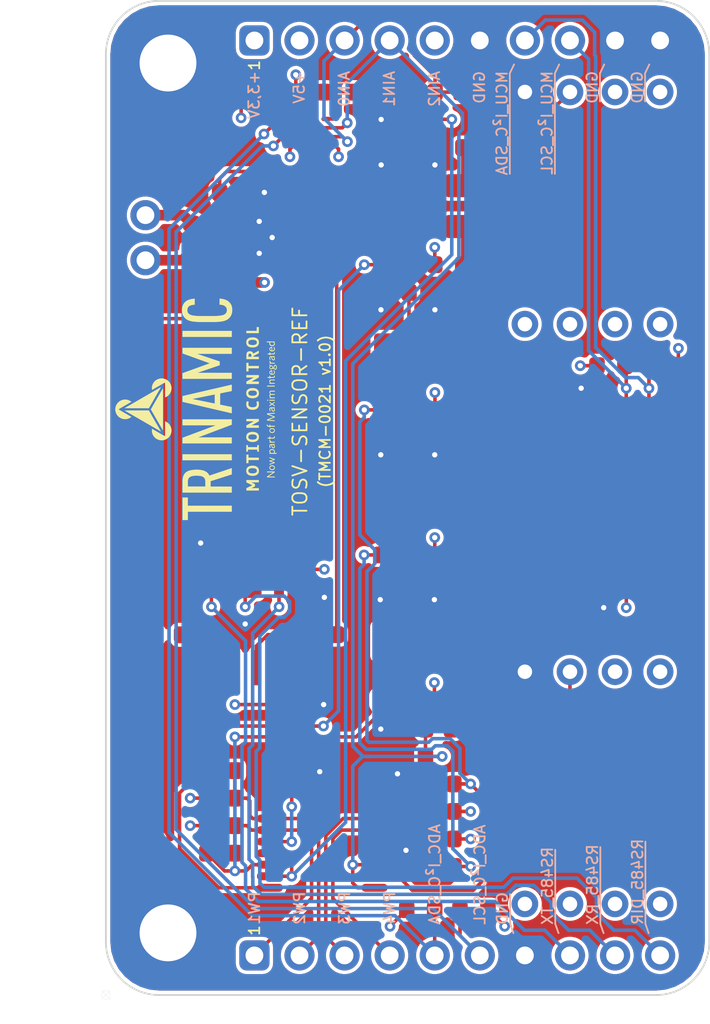
<source format=kicad_pcb>
(kicad_pcb (version 20171130) (host pcbnew "(5.1.6)-1")
  (layers (0 F.Cu signal) (1 In1.Cu signal) (2 In2.Cu signal) (31 B.Cu signal) (34 B.Paste user) (35 F.Paste user) (36 B.SilkS user) (37 F.SilkS user) (38 B.Mask user) (39 F.Mask user) (44 Edge.Cuts user))
  (net 0 "")
  (net 1 GND)
  (net 2 /AIN0)
  (net 3 /AIN1)
  (net 4 "Net-(C201-Pad1)")
  (net 5 "Net-(C202-Pad1)")
  (net 6 "Net-(C203-Pad1)")
  (net 7 "Net-(C204-Pad1)")
  (net 8 /ADC_I2C_SCL)
  (net 9 /ADC_I2C_SDA)
  (net 10 "Net-(IC101-Pad6)")
  (net 11 "Net-(IC101-Pad4)")
  (net 12 "Net-(IC102-Pad7)")
  (net 13 "Net-(IC102-Pad6)")
  (net 14 /RS485_TX)
  (net 15 /RS485_DIR)
  (net 16 /RS485_RX)
  (net 17 /MCU_I2C_SCL)
  (net 18 /MCU_I2C_SDA)
  (net 19 /PW4)
  (net 20 /PW3)
  (net 21 /PW2)
  (net 22 /PW1)
  (net 23 "Net-(R112-Pad2)")
  (net 24 "Net-(R119-Pad2)")
  (net 25 "Net-(R201-Pad2)")
  (net 26 "Net-(R206-Pad1)")
  (net 27 "Net-(R208-Pad2)")
  (net 28 "Net-(R209-Pad1)")
  (net 29 "Net-(R210-Pad2)")
  (net 30 "Net-(R211-Pad2)")
  (net 31 "Net-(R212-Pad2)")
  (net 32 "Net-(R214-Pad1)")
  (net 33 "Net-(R215-Pad2)")
  (net 34 "Net-(R217-Pad1)")
  (net 35 "Net-(R218-Pad2)")
  (net 36 "Net-(R220-Pad1)")
  (net 37 /rs+)
  (net 38 /rs-)
  (net 39 /+3,3V)
  (net 40 /+5V)
  (module "KiCad library:New trinamic logo (maxim)" (layer F.Cu) (at 5.08 -32.99 90)
    (fp_text reference G*** hide)
    (fp_text value LOGO hide)
  )
  (module Package_DIP:DIP-8_W13.08mm (layer F.Cu) (at 27.42 -11.67 270)
    (fp_text reference U103)
    (fp_text value SSCDRRN160MGAA5)
    (pad 5 thru_hole circle (at 6.54 3.81 270) (size 1.5 1.5) (drill 0.813) (layers *.Cu *.Mask))
    (pad 4 thru_hole circle (at -6.54 3.81 270) (size 1.5 1.5) (drill 0.813) (layers *.Cu *.Mask) (net 1 GND))
    (pad 6 thru_hole circle (at 6.54 1.27 270) (size 1.5 1.5) (drill 0.813) (layers *.Cu *.Mask))
    (pad 3 thru_hole circle (at -6.54 1.27 270) (size 1.5 1.5) (drill 0.813) (layers *.Cu *.Mask) (net 24 "Net-(R119-Pad2)"))
    (pad 7 thru_hole circle (at 6.54 -1.27 270) (size 1.5 1.5) (drill 0.813) (layers *.Cu *.Mask))
    (pad 2 thru_hole circle (at -6.54 -1.27 270) (size 1.5 1.5) (drill 0.813) (layers *.Cu *.Mask) (net 40 /+5V))
    (pad 8 thru_hole circle (at 6.54 -3.81 270) (size 1.5 1.5) (drill 0.813) (layers *.Cu *.Mask))
    (pad 1 thru_hole circle (at -6.54 -3.81 270) (size 1.5 1.5) (drill 0.813) (layers *.Cu *.Mask))
  )
  (module Package_DIP:DIP-8_W13.08mm (layer F.Cu) (at 27.42 -44.33 270)
    (fp_text reference U101)
    (fp_text value SSCDRRN160MGAA5)
    (pad 5 thru_hole circle (at 6.54 3.81 270) (size 1.5 1.5) (drill 0.813) (layers *.Cu *.Mask))
    (pad 4 thru_hole circle (at -6.54 3.81 270) (size 1.5 1.5) (drill 0.813) (layers *.Cu *.Mask) (net 1 GND))
    (pad 6 thru_hole circle (at 6.54 1.27 270) (size 1.5 1.5) (drill 0.813) (layers *.Cu *.Mask))
    (pad 3 thru_hole circle (at -6.54 1.27 270) (size 1.5 1.5) (drill 0.813) (layers *.Cu *.Mask) (net 23 "Net-(R112-Pad2)"))
    (pad 7 thru_hole circle (at 6.54 -1.27 270) (size 1.5 1.5) (drill 0.813) (layers *.Cu *.Mask))
    (pad 2 thru_hole circle (at -6.54 -1.27 270) (size 1.5 1.5) (drill 0.813) (layers *.Cu *.Mask) (net 40 /+5V))
    (pad 8 thru_hole circle (at 6.54 -3.81 270) (size 1.5 1.5) (drill 0.813) (layers *.Cu *.Mask))
    (pad 1 thru_hole circle (at -6.54 -3.81 270) (size 1.5 1.5) (drill 0.813) (layers *.Cu *.Mask))
  )
  (module Connector_PinSocket_2.54mm:PinSocket_1x10_P2.54mm_Vertical (layer B.Cu) (at 8.37 -2.23 270)
    (fp_text reference J102)
    (fp_text value Conn_01x10)
    (pad 10 thru_hole oval (at 0 -22.86 270) (size 1.7 1.7) (drill 1) (layers *.Cu *.Mask) (net 15 /RS485_DIR))
    (pad 9 thru_hole oval (at 0 -20.32 270) (size 1.7 1.7) (drill 1) (layers *.Cu *.Mask) (net 16 /RS485_RX))
    (pad 8 thru_hole oval (at 0 -17.78 270) (size 1.7 1.7) (drill 1) (layers *.Cu *.Mask) (net 14 /RS485_TX))
    (pad 7 thru_hole oval (at 0 -15.24 270) (size 1.7 1.7) (drill 1) (layers *.Cu *.Mask) (net 1 GND))
    (pad 6 thru_hole oval (at 0 -12.7 270) (size 1.7 1.7) (drill 1) (layers *.Cu *.Mask) (net 8 /ADC_I2C_SCL))
    (pad 5 thru_hole oval (at 0 -10.16 270) (size 1.7 1.7) (drill 1) (layers *.Cu *.Mask) (net 9 /ADC_I2C_SDA))
    (pad 4 thru_hole oval (at 0 -7.62 270) (size 1.7 1.7) (drill 1) (layers *.Cu *.Mask) (net 19 /PW4))
    (pad 3 thru_hole oval (at 0 -5.08 270) (size 1.7 1.7) (drill 1) (layers *.Cu *.Mask) (net 20 /PW3))
    (pad 2 thru_hole oval (at 0 -2.54 270) (size 1.7 1.7) (drill 1) (layers *.Cu *.Mask) (net 21 /PW2))
    (pad 1 thru_hole roundrect (at 0 0 270) (size 1.7 1.7) (drill 1) (layers *.Cu *.Mask) (roundrect_rratio 0.235) (net 22 /PW1))
  )
  (module Resistor_SMD:R_0603_1608Metric (layer F.Cu) (at 4.82 -42.68 90)
    (fp_text reference R115)
    (fp_text value 220Ω/1%/0603)
    (pad 2 smd roundrect (at 0.7875 0 90) (size 0.875 0.95) (layers F.Cu F.Paste F.Mask) (net 38 /rs-))
    (pad 1 smd roundrect (at -0.7875 0 90) (size 0.875 0.95) (layers F.Cu F.Paste F.Mask) (net 37 /rs+))
  )
  (module Resistor_SMD:R_0603_1608Metric (layer F.Cu) (at 7.2 -45.21)
    (fp_text reference R117)
    (fp_text value 390Ω/1%/0603)
    (pad 2 smd roundrect (at 0.7875 0) (size 0.875 0.95) (layers F.Cu F.Paste F.Mask) (net 1 GND))
    (pad 1 smd roundrect (at -0.7875 0) (size 0.875 0.95) (layers F.Cu F.Paste F.Mask) (net 38 /rs-))
  )
  (module Resistor_SMD:R_0603_1608Metric (layer F.Cu) (at 7.21 -40.14 180)
    (fp_text reference R110)
    (fp_text value 390Ω/1%/0603)
    (pad 2 smd roundrect (at 0.7875 0 180) (size 0.875 0.95) (layers F.Cu F.Paste F.Mask) (net 37 /rs+))
    (pad 1 smd roundrect (at -0.7875 0 180) (size 0.875 0.95) (layers F.Cu F.Paste F.Mask) (net 40 /+5V))
  )
  (module Package_TO_SOT_SMD:SOT-23 (layer F.Cu) (at 7.42 -42.68)
    (fp_text reference D101)
    (fp_text value SZNUP2105L)
    (pad 3 smd roundrect (at 1 0) (size 0.9 0.8) (layers F.Cu F.Paste F.Mask) (net 1 GND))
    (pad 2 smd roundrect (at -1 0.95) (size 0.9 0.8) (layers F.Cu F.Paste F.Mask) (net 37 /rs+))
    (pad 1 smd roundrect (at -1 -0.95) (size 0.9 0.8) (layers F.Cu F.Paste F.Mask) (net 38 /rs-))
  )
  (module Connector_PinSocket_2.54mm:PinSocket_1x10_P2.54mm_Vertical (layer B.Cu) (at 8.37 -53.77 270)
    (fp_text reference J101)
    (fp_text value Conn_01x10)
    (pad 10 thru_hole oval (at 0 -22.86 270) (size 1.7 1.7) (drill 1) (layers *.Cu *.Mask) (net 1 GND))
    (pad 9 thru_hole oval (at 0 -20.32 270) (size 1.7 1.7) (drill 1) (layers *.Cu *.Mask) (net 1 GND))
    (pad 8 thru_hole oval (at 0 -17.78 270) (size 1.7 1.7) (drill 1) (layers *.Cu *.Mask) (net 17 /MCU_I2C_SCL))
    (pad 7 thru_hole oval (at 0 -15.24 270) (size 1.7 1.7) (drill 1) (layers *.Cu *.Mask) (net 18 /MCU_I2C_SDA))
    (pad 6 thru_hole oval (at 0 -12.7 270) (size 1.7 1.7) (drill 1) (layers *.Cu *.Mask) (net 1 GND))
    (pad 5 thru_hole oval (at 0 -10.16 270) (size 1.7 1.7) (drill 1) (layers *.Cu *.Mask))
    (pad 4 thru_hole oval (at 0 -7.62 270) (size 1.7 1.7) (drill 1) (layers *.Cu *.Mask) (net 3 /AIN1))
    (pad 3 thru_hole oval (at 0 -5.08 270) (size 1.7 1.7) (drill 1) (layers *.Cu *.Mask) (net 2 /AIN0))
    (pad 2 thru_hole oval (at 0 -2.54 270) (size 1.7 1.7) (drill 1) (layers *.Cu *.Mask) (net 40 /+5V))
    (pad 1 thru_hole roundrect (at 0 0 270) (size 1.7 1.7) (drill 1) (layers *.Cu *.Mask) (roundrect_rratio 0.235) (net 39 /+3,3V))
  )
  (module Resistor_SMD:R_0603_1608Metric (layer F.Cu) (at 16.26 -16.62)
    (fp_text reference R206)
    (fp_text value 47kΩ/1%/0603)
    (pad 2 smd roundrect (at 0.7875 0) (size 0.875 0.95) (layers F.Cu F.Paste F.Mask) (net 4 "Net-(C201-Pad1)"))
    (pad 1 smd roundrect (at -0.7875 0) (size 0.875 0.95) (layers F.Cu F.Paste F.Mask) (net 26 "Net-(R206-Pad1)"))
  )
  (module Potentiometer_SMD:Potentiometer_Bourns_3314J_Vertical (layer F.Cu) (at 18.09 -19.93 270)
    (fp_text reference RV201)
    (fp_text value 22kΩ/20%)
    (pad 3 smd roundrect (at -1.15 -2 270) (size 1.3 2) (layers F.Cu F.Paste F.Mask) (roundrect_rratio 0.154) (net 28 "Net-(R209-Pad1)"))
    (pad 2 smd roundrect (at 0 2 270) (size 2 2) (layers F.Cu F.Paste F.Mask) (roundrect_rratio 0.1) (net 4 "Net-(C201-Pad1)"))
    (pad 1 smd roundrect (at 1.15 -2 270) (size 1.3 2) (layers F.Cu F.Paste F.Mask) (roundrect_rratio 0.154) (net 25 "Net-(R201-Pad2)"))
  )
  (module SN65HVD1781DR:SN65HVD1781DR (layer F.Cu) (at 7.85 -20.9 270)
    (fp_text reference IC102)
    (fp_text value SN65HVD1781D)
    (pad 8 smd roundrect (at 2.4638 -1.905 270) (size 1.9812 0.5588) (layers F.Cu F.Paste F.Mask) (roundrect_rratio 0.358) (net 39 /+3,3V))
    (pad 7 smd roundrect (at 2.4638 -0.635 270) (size 1.9812 0.5588) (layers F.Cu F.Paste F.Mask) (roundrect_rratio 0.358) (net 12 "Net-(IC102-Pad7)"))
    (pad 6 smd roundrect (at 2.4638 0.635 270) (size 1.9812 0.5588) (layers F.Cu F.Paste F.Mask) (roundrect_rratio 0.358) (net 13 "Net-(IC102-Pad6)"))
    (pad 5 smd roundrect (at 2.4638 1.905 270) (size 1.9812 0.5588) (layers F.Cu F.Paste F.Mask) (roundrect_rratio 0.358) (net 1 GND))
    (pad 4 smd roundrect (at -2.4638 1.905 270) (size 1.9812 0.5588) (layers F.Cu F.Paste F.Mask) (roundrect_rratio 0.358) (net 14 /RS485_TX))
    (pad 3 smd roundrect (at -2.4638 0.635 270) (size 1.9812 0.5588) (layers F.Cu F.Paste F.Mask) (roundrect_rratio 0.358) (net 15 /RS485_DIR))
    (pad 2 smd roundrect (at -2.4638 -0.635 270) (size 1.9812 0.5588) (layers F.Cu F.Paste F.Mask) (roundrect_rratio 0.358) (net 15 /RS485_DIR))
    (pad 1 smd roundrect (at -2.4638 -1.905 270) (size 1.9812 0.5588) (layers F.Cu F.Paste F.Mask) (roundrect_rratio 0.358) (net 16 /RS485_RX))
  )
  (module Resistor_SMD:R_0603_1608Metric (layer F.Cu) (at 20.26 -14.98)
    (fp_text reference R119)
    (fp_text value 3,9kΩ/1%/0603)
    (pad 2 smd roundrect (at 0.7875 0) (size 0.875 0.95) (layers F.Cu F.Paste F.Mask) (net 24 "Net-(R119-Pad2)"))
    (pad 1 smd roundrect (at -0.7875 0) (size 0.875 0.95) (layers F.Cu F.Paste F.Mask) (net 3 /AIN1))
  )
  (module Fiducial:Fiducial_1mm_Mask2mm (layer F.Cu) (at 31.3 -20.62)
    (fp_text reference FID103)
    (fp_text value Fiducial)
    (pad "" smd circle (at 0 0) (size 1 1) (layers F.Cu F.Mask) (clearance 0.5))
  )
  (module Fiducial:Fiducial_1mm_Mask2mm (layer F.Cu) (at 2.5 -47.5)
    (fp_text reference FID102)
    (fp_text value Fiducial)
    (pad "" smd circle (at 0 0) (size 1 1) (layers F.Cu F.Mask) (clearance 0.5))
  )
  (module Fiducial:Fiducial_1mm_Mask2mm (layer F.Cu) (at 2.5 -8.5)
    (fp_text reference FID101)
    (fp_text value Fiducial)
    (pad "" smd circle (at 0 0) (size 1 1) (layers F.Cu F.Mask) (clearance 0.5))
  )
  (module MountingHole:MountingHole_3.2mm_M3_Pad (layer F.Cu) (at 3.5 -52.5)
    (fp_text reference H102)
    (fp_text value MountingHole_Pad)
    (pad 1 thru_hole circle (at 0 0) (size 5.6 5.6) (drill 3.2) (layers *.Cu *.Mask) (net 1 GND))
  )
  (module MountingHole:MountingHole_3.2mm_M3_Pad (layer F.Cu) (at 3.5 -3.5)
    (fp_text reference H101)
    (fp_text value MountingHole_Pad)
    (pad 1 thru_hole circle (at 0 0) (size 5.6 5.6) (drill 3.2) (layers *.Cu *.Mask) (net 1 GND))
  )
  (module Potentiometer_SMD:Potentiometer_Bourns_3314J_Vertical (layer F.Cu) (at 18.11 -28.1 270)
    (fp_text reference RV204)
    (fp_text value 22kΩ/20%)
    (pad 3 smd roundrect (at -1.15 -2 270) (size 1.3 2) (layers F.Cu F.Paste F.Mask) (roundrect_rratio 0.154) (net 36 "Net-(R220-Pad1)"))
    (pad 2 smd roundrect (at 0 2 270) (size 2 2) (layers F.Cu F.Paste F.Mask) (roundrect_rratio 0.1) (net 7 "Net-(C204-Pad1)"))
    (pad 1 smd roundrect (at 1.15 -2 270) (size 1.3 2) (layers F.Cu F.Paste F.Mask) (roundrect_rratio 0.154) (net 35 "Net-(R218-Pad2)"))
  )
  (module Potentiometer_SMD:Potentiometer_Bourns_3314J_Vertical (layer F.Cu) (at 18.11 -36.27 270)
    (fp_text reference RV203)
    (fp_text value 22kΩ/20%)
    (pad 3 smd roundrect (at -1.15 -2 270) (size 1.3 2) (layers F.Cu F.Paste F.Mask) (roundrect_rratio 0.154) (net 34 "Net-(R217-Pad1)"))
    (pad 2 smd roundrect (at 0 2 270) (size 2 2) (layers F.Cu F.Paste F.Mask) (roundrect_rratio 0.1) (net 6 "Net-(C203-Pad1)"))
    (pad 1 smd roundrect (at 1.15 -2 270) (size 1.3 2) (layers F.Cu F.Paste F.Mask) (roundrect_rratio 0.154) (net 33 "Net-(R215-Pad2)"))
  )
  (module Potentiometer_SMD:Potentiometer_Bourns_3314J_Vertical (layer F.Cu) (at 18.11 -44.44 270)
    (fp_text reference RV202)
    (fp_text value 22kΩ/20%)
    (pad 3 smd roundrect (at -1.15 -2 270) (size 1.3 2) (layers F.Cu F.Paste F.Mask) (roundrect_rratio 0.154) (net 32 "Net-(R214-Pad1)"))
    (pad 2 smd roundrect (at 0 2 270) (size 2 2) (layers F.Cu F.Paste F.Mask) (roundrect_rratio 0.1) (net 5 "Net-(C202-Pad1)"))
    (pad 1 smd roundrect (at 1.15 -2 270) (size 1.3 2) (layers F.Cu F.Paste F.Mask) (roundrect_rratio 0.154) (net 31 "Net-(R212-Pad2)"))
  )
  (module Package_SO:TSSOP-14_4.4x5mm_P0.65mm (layer F.Cu) (at 12.19 -7.99)
    (fp_text reference U201)
    (fp_text value MAX9095AUD+T)
    (pad 14 smd roundrect (at 2.95 -1.95) (size 1.45 0.45) (layers F.Cu F.Paste F.Mask) (roundrect_rratio 0.444) (net 20 /PW3))
    (pad 13 smd roundrect (at 2.95 -1.3) (size 1.45 0.45) (layers F.Cu F.Paste F.Mask) (roundrect_rratio 0.444) (net 19 /PW4))
    (pad 12 smd roundrect (at 2.95 -0.65) (size 1.45 0.45) (layers F.Cu F.Paste F.Mask) (roundrect_rratio 0.444) (net 1 GND))
    (pad 11 smd roundrect (at 2.95 0) (size 1.45 0.45) (layers F.Cu F.Paste F.Mask) (roundrect_rratio 0.444) (net 30 "Net-(R211-Pad2)"))
    (pad 10 smd roundrect (at 2.95 0.65) (size 1.45 0.45) (layers F.Cu F.Paste F.Mask) (roundrect_rratio 0.444) (net 3 /AIN1))
    (pad 9 smd roundrect (at 2.95 1.3) (size 1.45 0.45) (layers F.Cu F.Paste F.Mask) (roundrect_rratio 0.444) (net 29 "Net-(R210-Pad2)"))
    (pad 8 smd roundrect (at 2.95 1.95) (size 1.45 0.45) (layers F.Cu F.Paste F.Mask) (roundrect_rratio 0.444) (net 3 /AIN1))
    (pad 7 smd roundrect (at -2.95 1.95) (size 1.45 0.45) (layers F.Cu F.Paste F.Mask) (roundrect_rratio 0.444) (net 27 "Net-(R208-Pad2)"))
    (pad 6 smd roundrect (at -2.95 1.3) (size 1.45 0.45) (layers F.Cu F.Paste F.Mask) (roundrect_rratio 0.444) (net 2 /AIN0))
    (pad 5 smd roundrect (at -2.95 0.65) (size 1.45 0.45) (layers F.Cu F.Paste F.Mask) (roundrect_rratio 0.444) (net 26 "Net-(R206-Pad1)"))
    (pad 4 smd roundrect (at -2.95 0) (size 1.45 0.45) (layers F.Cu F.Paste F.Mask) (roundrect_rratio 0.444) (net 2 /AIN0))
    (pad 3 smd roundrect (at -2.95 -0.65) (size 1.45 0.45) (layers F.Cu F.Paste F.Mask) (roundrect_rratio 0.444) (net 39 /+3,3V))
    (pad 2 smd roundrect (at -2.95 -1.3) (size 1.45 0.45) (layers F.Cu F.Paste F.Mask) (roundrect_rratio 0.444) (net 22 /PW1))
    (pad 1 smd roundrect (at -2.95 -1.95) (size 1.45 0.45) (layers F.Cu F.Paste F.Mask) (roundrect_rratio 0.444) (net 21 /PW2))
  )
  (module Package_SO:SOIC-16W_7.5x10.3mm_P1.27mm (layer F.Cu) (at 27.42 -28 90)
    (fp_text reference U102)
    (fp_text value SM9333-BCE-S-125-000)
    (pad 16 smd roundrect (at 4.65 -4.445 90) (size 2.05 0.6) (layers F.Cu F.Paste F.Mask))
    (pad 15 smd roundrect (at 4.65 -3.175 90) (size 2.05 0.6) (layers F.Cu F.Paste F.Mask))
    (pad 14 smd roundrect (at 4.65 -1.905 90) (size 2.05 0.6) (layers F.Cu F.Paste F.Mask))
    (pad 13 smd roundrect (at 4.65 -0.635 90) (size 2.05 0.6) (layers F.Cu F.Paste F.Mask) (net 1 GND))
    (pad 12 smd roundrect (at 4.65 0.635 90) (size 2.05 0.6) (layers F.Cu F.Paste F.Mask))
    (pad 11 smd roundrect (at 4.65 1.905 90) (size 2.05 0.6) (layers F.Cu F.Paste F.Mask) (net 17 /MCU_I2C_SCL))
    (pad 10 smd roundrect (at 4.65 3.175 90) (size 2.05 0.6) (layers F.Cu F.Paste F.Mask) (net 18 /MCU_I2C_SDA))
    (pad 9 smd roundrect (at 4.65 4.445 90) (size 2.05 0.6) (layers F.Cu F.Paste F.Mask))
    (pad 8 smd roundrect (at -4.65 4.445 90) (size 2.05 0.6) (layers F.Cu F.Paste F.Mask))
    (pad 7 smd roundrect (at -4.65 3.175 90) (size 2.05 0.6) (layers F.Cu F.Paste F.Mask))
    (pad 6 smd roundrect (at -4.65 1.905 90) (size 2.05 0.6) (layers F.Cu F.Paste F.Mask) (net 39 /+3,3V))
    (pad 5 smd roundrect (at -4.65 0.635 90) (size 2.05 0.6) (layers F.Cu F.Paste F.Mask) (net 1 GND))
    (pad 4 smd roundrect (at -4.65 -0.635 90) (size 2.05 0.6) (layers F.Cu F.Paste F.Mask))
    (pad 3 smd roundrect (at -4.65 -1.905 90) (size 2.05 0.6) (layers F.Cu F.Paste F.Mask))
    (pad 2 smd roundrect (at -4.65 -3.175 90) (size 2.05 0.6) (layers F.Cu F.Paste F.Mask))
    (pad 1 smd roundrect (at -4.65 -4.445 90) (size 2.05 0.6) (layers F.Cu F.Paste F.Mask))
  )
  (module Resistor_SMD:R_0603_1608Metric (layer F.Cu) (at 19.32 -31.41 180)
    (fp_text reference R220)
    (fp_text value 1kΩ/1%/0603)
    (pad 2 smd roundrect (at 0.7875 0 180) (size 0.875 0.95) (layers F.Cu F.Paste F.Mask) (net 1 GND))
    (pad 1 smd roundrect (at -0.7875 0 180) (size 0.875 0.95) (layers F.Cu F.Paste F.Mask) (net 36 "Net-(R220-Pad1)"))
  )
  (module Resistor_SMD:R_0603_1608Metric (layer F.Cu) (at 16.28 -24.79)
    (fp_text reference R219)
    (fp_text value 47kΩ/1%/0603)
    (pad 2 smd roundrect (at 0.7875 0) (size 0.875 0.95) (layers F.Cu F.Paste F.Mask) (net 7 "Net-(C204-Pad1)"))
    (pad 1 smd roundrect (at -0.7875 0) (size 0.875 0.95) (layers F.Cu F.Paste F.Mask) (net 30 "Net-(R211-Pad2)"))
  )
  (module Resistor_SMD:R_0603_1608Metric (layer F.Cu) (at 19.32 -24.79)
    (fp_text reference R218)
    (fp_text value 4,7kΩ/1%/0603)
    (pad 2 smd roundrect (at 0.7875 0) (size 0.875 0.95) (layers F.Cu F.Paste F.Mask) (net 35 "Net-(R218-Pad2)"))
    (pad 1 smd roundrect (at -0.7875 0) (size 0.875 0.95) (layers F.Cu F.Paste F.Mask) (net 39 /+3,3V))
  )
  (module Resistor_SMD:R_0603_1608Metric (layer F.Cu) (at 19.33 -39.58 180)
    (fp_text reference R217)
    (fp_text value 1kΩ/1%/0603)
    (pad 2 smd roundrect (at 0.7875 0 180) (size 0.875 0.95) (layers F.Cu F.Paste F.Mask) (net 1 GND))
    (pad 1 smd roundrect (at -0.7875 0 180) (size 0.875 0.95) (layers F.Cu F.Paste F.Mask) (net 34 "Net-(R217-Pad1)"))
  )
  (module Resistor_SMD:R_0603_1608Metric (layer F.Cu) (at 16.29 -32.96)
    (fp_text reference R216)
    (fp_text value 47kΩ/1%/0603)
    (pad 2 smd roundrect (at 0.7875 0) (size 0.875 0.95) (layers F.Cu F.Paste F.Mask) (net 6 "Net-(C203-Pad1)"))
    (pad 1 smd roundrect (at -0.7875 0) (size 0.875 0.95) (layers F.Cu F.Paste F.Mask) (net 29 "Net-(R210-Pad2)"))
  )
  (module Resistor_SMD:R_0603_1608Metric (layer F.Cu) (at 19.33 -32.96)
    (fp_text reference R215)
    (fp_text value 4,7kΩ/1%/0603)
    (pad 2 smd roundrect (at 0.7875 0) (size 0.875 0.95) (layers F.Cu F.Paste F.Mask) (net 33 "Net-(R215-Pad2)"))
    (pad 1 smd roundrect (at -0.7875 0) (size 0.875 0.95) (layers F.Cu F.Paste F.Mask) (net 39 /+3,3V))
  )
  (module Resistor_SMD:R_0603_1608Metric (layer F.Cu) (at 19.33 -47.74 180)
    (fp_text reference R214)
    (fp_text value 1kΩ/1%/0603)
    (pad 2 smd roundrect (at 0.7875 0 180) (size 0.875 0.95) (layers F.Cu F.Paste F.Mask) (net 1 GND))
    (pad 1 smd roundrect (at -0.7875 0 180) (size 0.875 0.95) (layers F.Cu F.Paste F.Mask) (net 32 "Net-(R214-Pad1)"))
  )
  (module Resistor_SMD:R_0603_1608Metric (layer F.Cu) (at 16.29 -41.14)
    (fp_text reference R213)
    (fp_text value 47kΩ/1%/0603)
    (pad 2 smd roundrect (at 0.7875 0) (size 0.875 0.95) (layers F.Cu F.Paste F.Mask) (net 5 "Net-(C202-Pad1)"))
    (pad 1 smd roundrect (at -0.7875 0) (size 0.875 0.95) (layers F.Cu F.Paste F.Mask) (net 27 "Net-(R208-Pad2)"))
  )
  (module Resistor_SMD:R_0603_1608Metric (layer F.Cu) (at 19.32 -41.14)
    (fp_text reference R212)
    (fp_text value 4,7kΩ/1%/0603)
    (pad 2 smd roundrect (at 0.7875 0) (size 0.875 0.95) (layers F.Cu F.Paste F.Mask) (net 31 "Net-(R212-Pad2)"))
    (pad 1 smd roundrect (at -0.7875 0) (size 0.875 0.95) (layers F.Cu F.Paste F.Mask) (net 39 /+3,3V))
  )
  (module Resistor_SMD:R_0603_1608Metric (layer F.Cu) (at 18.82 -7.239999)
    (fp_text reference R211)
    (fp_text value 4,7MΩ/1%/0603)
    (pad 2 smd roundrect (at 0.7875 0) (size 0.875 0.95) (layers F.Cu F.Paste F.Mask) (net 30 "Net-(R211-Pad2)"))
    (pad 1 smd roundrect (at -0.7875 0) (size 0.875 0.95) (layers F.Cu F.Paste F.Mask) (net 19 /PW4))
  )
  (module Resistor_SMD:R_0603_1608Metric (layer F.Cu) (at 18.82 -11.890001)
    (fp_text reference R210)
    (fp_text value 4,7MΩ/1%/0603)
    (pad 2 smd roundrect (at 0.7875 0) (size 0.875 0.95) (layers F.Cu F.Paste F.Mask) (net 29 "Net-(R210-Pad2)"))
    (pad 1 smd roundrect (at -0.7875 0) (size 0.875 0.95) (layers F.Cu F.Paste F.Mask) (net 20 /PW3))
  )
  (module Resistor_SMD:R_0603_1608Metric (layer F.Cu) (at 19.3 -23.25 180)
    (fp_text reference R209)
    (fp_text value 1kΩ/1%/0603)
    (pad 2 smd roundrect (at 0.7875 0 180) (size 0.875 0.95) (layers F.Cu F.Paste F.Mask) (net 1 GND))
    (pad 1 smd roundrect (at -0.7875 0 180) (size 0.875 0.95) (layers F.Cu F.Paste F.Mask) (net 28 "Net-(R209-Pad1)"))
  )
  (module Resistor_SMD:R_0603_1608Metric (layer F.Cu) (at 6.48 -12.640001 180)
    (fp_text reference R208)
    (fp_text value 4,7MΩ/1%/0603)
    (pad 2 smd roundrect (at 0.7875 0 180) (size 0.875 0.95) (layers F.Cu F.Paste F.Mask) (net 27 "Net-(R208-Pad2)"))
    (pad 1 smd roundrect (at -0.7875 0 180) (size 0.875 0.95) (layers F.Cu F.Paste F.Mask) (net 21 /PW2))
  )
  (module Resistor_SMD:R_0603_1608Metric (layer F.Cu) (at 6.48 -7.989999 180)
    (fp_text reference R207)
    (fp_text value 4,7MΩ/1%/0603)
    (pad 2 smd roundrect (at 0.7875 0 180) (size 0.875 0.95) (layers F.Cu F.Paste F.Mask) (net 26 "Net-(R206-Pad1)"))
    (pad 1 smd roundrect (at -0.7875 0 180) (size 0.875 0.95) (layers F.Cu F.Paste F.Mask) (net 22 /PW1))
  )
  (module Resistor_SMD:R_0603_1608Metric (layer F.Cu) (at 18.82 -8.790001 180)
    (fp_text reference R205)
    (fp_text value 10kΩ/1%/0603)
    (pad 2 smd roundrect (at 0.7875 0 180) (size 0.875 0.95) (layers F.Cu F.Paste F.Mask) (net 19 /PW4))
    (pad 1 smd roundrect (at -0.7875 0 180) (size 0.875 0.95) (layers F.Cu F.Paste F.Mask) (net 39 /+3,3V))
  )
  (module Resistor_SMD:R_0603_1608Metric (layer F.Cu) (at 18.82 -10.339999 180)
    (fp_text reference R204)
    (fp_text value 10kΩ/1%/0603)
    (pad 2 smd roundrect (at 0.7875 0 180) (size 0.875 0.95) (layers F.Cu F.Paste F.Mask) (net 20 /PW3))
    (pad 1 smd roundrect (at -0.7875 0 180) (size 0.875 0.95) (layers F.Cu F.Paste F.Mask) (net 39 /+3,3V))
  )
  (module Resistor_SMD:R_0603_1608Metric (layer F.Cu) (at 6.48 -11.089999)
    (fp_text reference R203)
    (fp_text value 10kΩ/1%/0603)
    (pad 2 smd roundrect (at 0.7875 0) (size 0.875 0.95) (layers F.Cu F.Paste F.Mask) (net 21 /PW2))
    (pad 1 smd roundrect (at -0.7875 0) (size 0.875 0.95) (layers F.Cu F.Paste F.Mask) (net 39 /+3,3V))
  )
  (module Resistor_SMD:R_0603_1608Metric (layer F.Cu) (at 6.48 -9.540001)
    (fp_text reference R202)
    (fp_text value 10kΩ/1%/0603)
    (pad 2 smd roundrect (at 0.7875 0) (size 0.875 0.95) (layers F.Cu F.Paste F.Mask) (net 22 /PW1))
    (pad 1 smd roundrect (at -0.7875 0) (size 0.875 0.95) (layers F.Cu F.Paste F.Mask) (net 39 /+3,3V))
  )
  (module Resistor_SMD:R_0603_1608Metric (layer F.Cu) (at 19.3 -16.62)
    (fp_text reference R201)
    (fp_text value 4,7kΩ/1%/0603)
    (pad 2 smd roundrect (at 0.7875 0) (size 0.875 0.95) (layers F.Cu F.Paste F.Mask) (net 25 "Net-(R201-Pad2)"))
    (pad 1 smd roundrect (at -0.7875 0) (size 0.875 0.95) (layers F.Cu F.Paste F.Mask) (net 39 /+3,3V))
  )
  (module Resistor_SMD:R_0603_1608Metric (layer F.Cu) (at 17.22 -14.98 180)
    (fp_text reference R120)
    (fp_text value 7,5kΩ/1%/0603)
    (pad 2 smd roundrect (at 0.7875 0 180) (size 0.875 0.95) (layers F.Cu F.Paste F.Mask) (net 1 GND))
    (pad 1 smd roundrect (at -0.7875 0 180) (size 0.875 0.95) (layers F.Cu F.Paste F.Mask) (net 3 /AIN1))
  )
  (module Resistor_SMD:R_0603_1608Metric (layer F.Cu) (at 7.062499 -25.46 180)
    (fp_text reference R118)
    (fp_text value 10kΩ/1%/0603)
    (pad 2 smd roundrect (at 0.7875 0 180) (size 0.875 0.95) (layers F.Cu F.Paste F.Mask) (net 1 GND))
    (pad 1 smd roundrect (at -0.7875 0 180) (size 0.875 0.95) (layers F.Cu F.Paste F.Mask) (net 15 /RS485_DIR))
  )
  (module Resistor_SMD:R_0603_1608Metric (layer F.Cu) (at 12.22 -20.3)
    (fp_text reference R116)
    (fp_text value 10Ω/1%/0603)
    (pad 2 smd roundrect (at 0.7875 0) (size 0.875 0.95) (layers F.Cu F.Paste F.Mask) (net 38 /rs-))
    (pad 1 smd roundrect (at -0.7875 0) (size 0.875 0.95) (layers F.Cu F.Paste F.Mask) (net 12 "Net-(IC102-Pad7)"))
  )
  (module Resistor_SMD:R_0603_1608Metric (layer F.Cu) (at 17.76 -50.86 180)
    (fp_text reference R114)
    (fp_text value 7,5kΩ/1%/0603)
    (pad 2 smd roundrect (at 0.7875 0 180) (size 0.875 0.95) (layers F.Cu F.Paste F.Mask) (net 1 GND))
    (pad 1 smd roundrect (at -0.7875 0 180) (size 0.875 0.95) (layers F.Cu F.Paste F.Mask) (net 2 /AIN0))
  )
  (module Resistor_SMD:R_0603_1608Metric (layer F.Cu) (at 10.54 -25.46 180)
    (fp_text reference R113)
    (fp_text value 10kΩ/1%/0603)
    (pad 2 smd roundrect (at 0.7875 0 180) (size 0.875 0.95) (layers F.Cu F.Paste F.Mask) (net 16 /RS485_RX))
    (pad 1 smd roundrect (at -0.7875 0 180) (size 0.875 0.95) (layers F.Cu F.Paste F.Mask) (net 39 /+3,3V))
  )
  (module Resistor_SMD:R_0603_1608Metric (layer F.Cu) (at 20.8 -50.86)
    (fp_text reference R112)
    (fp_text value 3,9kΩ/1%/0603)
    (pad 2 smd roundrect (at 0.7875 0) (size 0.875 0.95) (layers F.Cu F.Paste F.Mask) (net 23 "Net-(R112-Pad2)"))
    (pad 1 smd roundrect (at -0.7875 0) (size 0.875 0.95) (layers F.Cu F.Paste F.Mask) (net 2 /AIN0))
  )
  (module Resistor_SMD:R_0603_1608Metric (layer F.Cu) (at 3.48 -20.29 180)
    (fp_text reference R111)
    (fp_text value 10Ω/1%/0603)
    (pad 2 smd roundrect (at 0.7875 0 180) (size 0.875 0.95) (layers F.Cu F.Paste F.Mask) (net 37 /rs+))
    (pad 1 smd roundrect (at -0.7875 0 180) (size 0.875 0.95) (layers F.Cu F.Paste F.Mask) (net 13 "Net-(IC102-Pad6)"))
  )
  (module Resistor_SMD:R_0603_1608Metric (layer F.Cu) (at 8.41 -50.39)
    (fp_text reference R107)
    (fp_text value 10kΩ/1%/0603)
    (pad 2 smd roundrect (at 0.7875 0) (size 0.875 0.95) (layers F.Cu F.Paste F.Mask) (net 10 "Net-(IC101-Pad6)"))
    (pad 1 smd roundrect (at -0.7875 0) (size 0.875 0.95) (layers F.Cu F.Paste F.Mask) (net 39 /+3,3V))
  )
  (module Resistor_SMD:R_0603_1608Metric (layer F.Cu) (at 17.74 -4.81)
    (fp_text reference R106)
    (fp_text value 1kΩ/1%/0603)
    (pad 2 smd roundrect (at 0.7875 0) (size 0.875 0.95) (layers F.Cu F.Paste F.Mask) (net 9 /ADC_I2C_SDA))
    (pad 1 smd roundrect (at -0.7875 0) (size 0.875 0.95) (layers F.Cu F.Paste F.Mask) (net 39 /+3,3V))
  )
  (module Resistor_SMD:R_0603_1608Metric (layer F.Cu) (at 20.74 -4.81 180)
    (fp_text reference R105)
    (fp_text value 1kΩ/1%/0603)
    (pad 2 smd roundrect (at 0.7875 0 180) (size 0.875 0.95) (layers F.Cu F.Paste F.Mask) (net 8 /ADC_I2C_SCL))
    (pad 1 smd roundrect (at -0.7875 0 180) (size 0.875 0.95) (layers F.Cu F.Paste F.Mask) (net 39 /+3,3V))
  )
  (module Resistor_SMD:R_0603_1608Metric (layer F.Cu) (at 28.46 -35.45)
    (fp_text reference R104)
    (fp_text value 1kΩ/1%/0603)
    (pad 2 smd roundrect (at 0.7875 0) (size 0.875 0.95) (layers F.Cu F.Paste F.Mask) (net 17 /MCU_I2C_SCL))
    (pad 1 smd roundrect (at -0.7875 0) (size 0.875 0.95) (layers F.Cu F.Paste F.Mask) (net 39 /+3,3V))
  )
  (module Resistor_SMD:R_0603_1608Metric (layer F.Cu) (at 31.47 -35.45 180)
    (fp_text reference R103)
    (fp_text value 1kΩ/1%/0603)
    (pad 2 smd roundrect (at 0.7875 0 180) (size 0.875 0.95) (layers F.Cu F.Paste F.Mask) (net 18 /MCU_I2C_SDA))
    (pad 1 smd roundrect (at -0.7875 0 180) (size 0.875 0.95) (layers F.Cu F.Paste F.Mask) (net 39 /+3,3V))
  )
  (module Resistor_SMD:R_0603_1608Metric (layer F.Cu) (at 14.73 -50.86 180)
    (fp_text reference R102)
    (fp_text value 0Ω/1%/0603)
    (pad 2 smd roundrect (at 0.7875 0 180) (size 0.875 0.95) (layers F.Cu F.Paste F.Mask) (net 11 "Net-(IC101-Pad4)"))
    (pad 1 smd roundrect (at -0.7875 0 180) (size 0.875 0.95) (layers F.Cu F.Paste F.Mask) (net 1 GND))
  )
  (module Resistor_SMD:R_0603_1608Metric (layer F.Cu) (at 11.49 -50.86 180)
    (fp_text reference R101)
    (fp_text value 0Ω/1%/0603)
    (pad 2 smd roundrect (at 0.7875 0 180) (size 0.875 0.95) (layers F.Cu F.Paste F.Mask) (net 39 /+3,3V))
    (pad 1 smd roundrect (at -0.7875 0 180) (size 0.875 0.95) (layers F.Cu F.Paste F.Mask) (net 11 "Net-(IC101-Pad4)"))
  )
  (module Connector_PinHeader_2.54mm:PinHeader_1x02_P2.54mm_Vertical (layer F.Cu) (at 2.23 -43.93)
    (fp_text reference J103)
    (fp_text value Conn_01x02)
    (pad 2 thru_hole oval (at 0 2.54) (size 1.7 1.7) (drill 1) (layers *.Cu *.Mask) (net 37 /rs+))
    (pad 1 thru_hole oval (at 0 0) (size 1.7 1.7) (drill 1) (layers *.Cu *.Mask) (net 38 /rs-))
  )
  (module "KiCad library:ADS7142IRUGR" (layer F.Cu) (at 11.74 -48.6 180)
    (fp_text reference IC101)
    (fp_text value ADS7142IRUGR)
    (pad 10 smd roundrect (at 0 -0.9125 270) (size 0.575 0.299999) (layers F.Cu F.Paste F.Mask) (roundrect_rratio 0.5) (net 1 GND))
    (pad 9 smd roundrect (at 0.675 -0.750001 270) (size 0.249999 0.549999) (layers F.Cu F.Paste F.Mask) (roundrect_rratio 0.5) (net 39 /+3,3V))
    (pad 8 smd roundrect (at 0.675 -0.25 270) (size 0.2 0.549999) (layers F.Cu F.Paste F.Mask) (roundrect_rratio 0.5) (net 8 /ADC_I2C_SCL))
    (pad 7 smd roundrect (at 0.675 0.25 270) (size 0.2 0.549999) (layers F.Cu F.Paste F.Mask) (roundrect_rratio 0.5) (net 9 /ADC_I2C_SDA))
    (pad 6 smd roundrect (at 0.675 0.750001 270) (size 0.249999 0.549999) (layers F.Cu F.Paste F.Mask) (roundrect_rratio 0.5) (net 10 "Net-(IC101-Pad6)"))
    (pad 5 smd roundrect (at 0 0.9125 270) (size 0.575 0.299999) (layers F.Cu F.Paste F.Mask) (roundrect_rratio 0.5))
    (pad 4 smd roundrect (at -0.675 0.750001 270) (size 0.249999 0.549999) (layers F.Cu F.Paste F.Mask) (roundrect_rratio 0.5) (net 11 "Net-(IC101-Pad4)"))
    (pad 3 smd roundrect (at -0.675 0.25 270) (size 0.2 0.549999) (layers F.Cu F.Paste F.Mask) (roundrect_rratio 0.5) (net 3 /AIN1))
    (pad 2 smd roundrect (at -0.675 -0.25 270) (size 0.2 0.549999) (layers F.Cu F.Paste F.Mask) (roundrect_rratio 0.5) (net 2 /AIN0))
    (pad 1 smd roundrect (at -0.675 -0.750001 270) (size 0.249999 0.549999) (layers F.Cu F.Paste F.Mask) (roundrect_rratio 0.5) (net 39 /+3,3V))
  )
  (module Capacitor_SMD:C_0603_1608Metric (layer F.Cu) (at 16.28 -31.41 180)
    (fp_text reference C204)
    (fp_text value 100nF/10V/0603)
    (pad 2 smd roundrect (at 0.7875 0 180) (size 0.875 0.95) (layers F.Cu F.Paste F.Mask) (net 1 GND))
    (pad 1 smd roundrect (at -0.7875 0 180) (size 0.875 0.95) (layers F.Cu F.Paste F.Mask) (net 7 "Net-(C204-Pad1)"))
  )
  (module Capacitor_SMD:C_0603_1608Metric (layer F.Cu) (at 16.29 -39.58 180)
    (fp_text reference C203)
    (fp_text value 100nF/10V/0603)
    (pad 2 smd roundrect (at 0.7875 0 180) (size 0.875 0.95) (layers F.Cu F.Paste F.Mask) (net 1 GND))
    (pad 1 smd roundrect (at -0.7875 0 180) (size 0.875 0.95) (layers F.Cu F.Paste F.Mask) (net 6 "Net-(C203-Pad1)"))
  )
  (module Capacitor_SMD:C_0603_1608Metric (layer F.Cu) (at 16.3 -47.74 180)
    (fp_text reference C202)
    (fp_text value 100nF/10V/0603)
    (pad 2 smd roundrect (at 0.7875 0 180) (size 0.875 0.95) (layers F.Cu F.Paste F.Mask) (net 1 GND))
    (pad 1 smd roundrect (at -0.7875 0 180) (size 0.875 0.95) (layers F.Cu F.Paste F.Mask) (net 5 "Net-(C202-Pad1)"))
  )
  (module Capacitor_SMD:C_0603_1608Metric (layer F.Cu) (at 16.25 -23.25 180)
    (fp_text reference C201)
    (fp_text value 100nF/10V/0603)
    (pad 2 smd roundrect (at 0.7875 0 180) (size 0.875 0.95) (layers F.Cu F.Paste F.Mask) (net 1 GND))
    (pad 1 smd roundrect (at -0.7875 0 180) (size 0.875 0.95) (layers F.Cu F.Paste F.Mask) (net 4 "Net-(C201-Pad1)"))
  )
  (module Capacitor_SMD:C_0603_1608Metric (layer F.Cu) (at 17.22 -13.44 180)
    (fp_text reference C105)
    (fp_text value 100nF/10V/0603)
    (pad 2 smd roundrect (at 0.7875 0 180) (size 0.875 0.95) (layers F.Cu F.Paste F.Mask) (net 1 GND))
    (pad 1 smd roundrect (at -0.7875 0 180) (size 0.875 0.95) (layers F.Cu F.Paste F.Mask) (net 3 /AIN1))
  )
  (module Capacitor_SMD:C_0603_1608Metric (layer F.Cu) (at 10.54 -16.36)
    (fp_text reference C104)
    (fp_text value 100nF/10V/0603)
    (pad 2 smd roundrect (at 0.7875 0) (size 0.875 0.95) (layers F.Cu F.Paste F.Mask) (net 1 GND))
    (pad 1 smd roundrect (at -0.7875 0) (size 0.875 0.95) (layers F.Cu F.Paste F.Mask) (net 39 /+3,3V))
  )
  (module Capacitor_SMD:C_0603_1608Metric (layer F.Cu) (at 17.76 -49.33 180)
    (fp_text reference C103)
    (fp_text value 100nF/10V/0603)
    (pad 2 smd roundrect (at 0.7875 0 180) (size 0.875 0.95) (layers F.Cu F.Paste F.Mask) (net 1 GND))
    (pad 1 smd roundrect (at -0.7875 0 180) (size 0.875 0.95) (layers F.Cu F.Paste F.Mask) (net 2 /AIN0))
  )
  (module Capacitor_SMD:C_0603_1608Metric (layer F.Cu) (at 11.33 -23.19 270)
    (fp_text reference C102)
    (fp_text value 100nF/10V/0603)
    (pad 2 smd roundrect (at 0.7875 0 270) (size 0.875 0.95) (layers F.Cu F.Paste F.Mask) (net 1 GND))
    (pad 1 smd roundrect (at -0.7875 0 270) (size 0.875 0.95) (layers F.Cu F.Paste F.Mask) (net 39 /+3,3V))
  )
  (module Capacitor_SMD:C_0603_1608Metric (layer F.Cu) (at 11.26 -11.59)
    (fp_text reference C101)
    (fp_text value 100nF/10V/0603)
    (pad 2 smd roundrect (at 0.7875 0) (size 0.875 0.95) (layers F.Cu F.Paste F.Mask) (net 1 GND))
    (pad 1 smd roundrect (at -0.7875 0) (size 0.875 0.95) (layers F.Cu F.Paste F.Mask) (net 39 /+3,3V))
  )
  (gr_text "(TMCM-0021 v1.0)" (at 12.35 -32.88 90) (layer F.SilkS) (effects (font (size 0.6 0.6) (thickness 0.1))))
  (gr_text 1 (at 8.37 -52.72 90) (layer F.SilkS) (effects (font (size 0.6 0.6) (thickness 0.1)) (justify right)))
  (gr_text 1 (at 8.37 -3.28 90) (layer F.SilkS) (effects (font (size 0.6 0.6) (thickness 0.1)) (justify left)))
  (gr_text RS485_TX (at 24.88 -3.9 90) (layer B.SilkS) (effects (font (size 0.6 0.6) (thickness 0.1)) (justify right mirror)))
  (gr_text ADC_I²C_SDA (at 18.53 -3.9 90) (layer B.SilkS) (effects (font (size 0.6 0.6) (thickness 0.1)) (justify right mirror)))
  (gr_text RS485_RX (at 27.42 -3.9 90) (layer B.SilkS) (effects (font (size 0.6 0.6) (thickness 0.1)) (justify right mirror)))
  (gr_text PW2 (at 10.91 -3.9 90) (layer B.SilkS) (effects (font (size 0.6 0.6) (thickness 0.1)) (justify right mirror)))
  (gr_text ADC_I²C_SCL (at 21.07 -3.9 90) (layer B.SilkS) (effects (font (size 0.6 0.6) (thickness 0.1)) (justify right mirror)))
  (gr_text PW3 (at 13.45 -3.9 90) (layer B.SilkS) (effects (font (size 0.6 0.6) (thickness 0.1)) (justify right mirror)))
  (gr_text PW4 (at 15.99 -3.9 90) (layer B.SilkS) (effects (font (size 0.6 0.6) (thickness 0.1)) (justify right mirror)))
  (gr_text RS485_DIR (at 29.96 -3.9 90) (layer B.SilkS) (effects (font (size 0.6 0.6) (thickness 0.1)) (justify right mirror)))
  (gr_text GND (at 22.34 -3.9 90) (layer B.SilkS) (effects (font (size 0.6 0.6) (thickness 0.1)) (justify right mirror)))
  (gr_text PW1 (at 8.37 -3.9 90) (layer B.SilkS) (effects (font (size 0.6 0.6) (thickness 0.1)) (justify right mirror)))
  (gr_line (start 27.86 -4.01) (end 28.043848 -3.486741) (layer B.SilkS) (width 0.1))
  (gr_line (start 27.86 -4.01) (end 27.86 -8.33) (layer B.SilkS) (width 0.1))
  (gr_line (start 25.32 -4.01) (end 25.503848 -3.486741) (layer B.SilkS) (width 0.1))
  (gr_line (start 22.78 -4.01) (end 22.78 -5.68) (layer B.SilkS) (width 0.1))
  (gr_line (start 30.4 -4.01) (end 30.4 -8.64) (layer B.SilkS) (width 0.1))
  (gr_line (start 30.4 -4.01) (end 30.583848 -3.486741) (layer B.SilkS) (width 0.1))
  (gr_line (start 22.78 -4.01) (end 22.963848 -3.486741) (layer B.SilkS) (width 0.1))
  (gr_line (start 25.32 -4.01) (end 25.32 -8.18) (layer B.SilkS) (width 0.1))
  (gr_line (start 30.38 -51.92) (end 30.38 -50.34) (layer B.SilkS) (width 0.1))
  (gr_line (start 30.38 -51.92) (end 30.62 -52.42) (layer B.SilkS) (width 0.1))
  (gr_line (start 27.84 -51.92) (end 27.84 -50.34) (layer B.SilkS) (width 0.1))
  (gr_line (start 27.84 -51.92) (end 28.08 -52.42) (layer B.SilkS) (width 0.1))
  (gr_line (start 25.3 -51.92) (end 25.3 -46.26) (layer B.SilkS) (width 0.1))
  (gr_line (start 25.3 -51.92) (end 25.54 -52.42) (layer B.SilkS) (width 0.1))
  (gr_line (start 22.76 -51.92) (end 22.76 -46.26) (layer B.SilkS) (width 0.1))
  (gr_line (start 22.76 -51.92) (end 23 -52.42) (layer B.SilkS) (width 0.1))
  (gr_text GND (at 29.94 -52.11 90) (layer B.SilkS) (effects (font (size 0.6 0.6) (thickness 0.1)) (justify left mirror)))
  (gr_text GND (at 27.4 -52.11 90) (layer B.SilkS) (effects (font (size 0.6 0.6) (thickness 0.1)) (justify left mirror)))
  (gr_text MCU_I²C_SCL (at 24.86 -52.11 90) (layer B.SilkS) (effects (font (size 0.6 0.6) (thickness 0.1)) (justify left mirror)))
  (gr_text MCU_I²C_SDA (at 22.32 -52.11 90) (layer B.SilkS) (effects (font (size 0.6 0.6) (thickness 0.1)) (justify left mirror)))
  (gr_text GND (at 21.05 -52.11 90) (layer B.SilkS) (effects (font (size 0.6 0.6) (thickness 0.1)) (justify left mirror)))
  (gr_text AIN2 (at 18.51 -52.11 90) (layer B.SilkS) (effects (font (size 0.6 0.6) (thickness 0.1)) (justify left mirror)))
  (gr_text AIN1 (at 15.97 -52.11 90) (layer B.SilkS) (effects (font (size 0.6 0.6) (thickness 0.1)) (justify left mirror)))
  (gr_text AIN0 (at 13.43 -52.11 90) (layer B.SilkS) (effects (font (size 0.6 0.6) (thickness 0.1)) (justify left mirror)))
  (gr_text +5V (at 10.89 -52.11 90) (layer B.SilkS) (effects (font (size 0.6 0.6) (thickness 0.1)) (justify left mirror)))
  (gr_text +3,3V (at 8.35 -52.11 90) (layer B.SilkS) (effects (font (size 0.6 0.6) (thickness 0.1)) (justify left mirror)))
  (gr_text TOSV-SENSOR-REF (at 10.94 -32.88 90) (layer F.SilkS) (effects (font (size 0.8 0.8) (thickness 0.1))))
  (gr_line (start 31 0) (end 3 0) (layer Edge.Cuts) (width 0.1))
  (gr_line (start 3 -56) (end 31 -56) (layer Edge.Cuts) (width 0.1))
  (gr_arc (start 31 -53) (end 34 -53) (angle -90) (layer Edge.Cuts) (width 0.1))
  (gr_arc (start 31 -3) (end 31 0) (angle -90) (layer Edge.Cuts) (width 0.1))
  (gr_line (start 34 -3) (end 34 -53) (layer Edge.Cuts) (width 0.1))
  (gr_arc (start 3 -53) (end 3 -56) (angle -90) (layer Edge.Cuts) (width 0.1))
  (gr_arc (start 3 -3) (end 0 -3) (angle -90) (layer Edge.Cuts) (width 0.1))
  (gr_line (start 0 -3) (end 0 -53) (layer Edge.Cuts) (width 0.1))
  (target x (at 0 0) (size 0.5) (width 0.01) (layer Edge.Cuts))
  (via (at 9.37 -42.67) (size 0.6) (drill 0.3) (layers F.Cu B.Cu) (net 1))
  (via (at 8.64 -43.58) (size 0.6) (drill 0.3) (layers F.Cu B.Cu) (net 1))
  (via (at 8.64 -41.78) (size 0.6) (drill 0.3) (layers F.Cu B.Cu) (net 1))
  (via (at 12.27 -16.36) (size 0.6) (drill 0.3) (layers F.Cu B.Cu) (net 1))
  (segment (start 11.3275 -16.36) (end 12.27 -16.36) (width 0.2) (layer F.Cu) (net 1))
  (via (at 5.34 -25.46) (size 0.6) (drill 0.3) (layers F.Cu B.Cu) (net 1))
  (via (at 12.31 -22.4) (size 0.6) (drill 0.3) (layers F.Cu B.Cu) (net 1))
  (segment (start 11.33 -22.4025) (end 12.3075 -22.4025) (width 0.2) (layer F.Cu) (net 1))
  (segment (start 12.3075 -22.4025) (end 12.31 -22.4) (width 0.2) (layer F.Cu) (net 1))
  (via (at 18.51 -22.27) (size 0.6) (drill 0.3) (layers F.Cu B.Cu) (net 1))
  (segment (start 18.5125 -22.2725) (end 18.51 -22.27) (width 0.2) (layer F.Cu) (net 1))
  (via (at 18.53 -30.43) (size 0.6) (drill 0.3) (layers F.Cu B.Cu) (net 1))
  (segment (start 18.5325 -30.4325) (end 18.53 -30.43) (width 0.2) (layer F.Cu) (net 1))
  (via (at 15.49 -30.43) (size 0.6) (drill 0.3) (layers F.Cu B.Cu) (net 1))
  (segment (start 15.4925 -30.4325) (end 15.49 -30.43) (width 0.2) (layer F.Cu) (net 1))
  (via (at 18.54 -38.6) (size 0.6) (drill 0.3) (layers F.Cu B.Cu) (net 1))
  (segment (start 18.5425 -38.6025) (end 18.54 -38.6) (width 0.2) (layer F.Cu) (net 1))
  (via (at 15.5 -38.6) (size 0.6) (drill 0.3) (layers F.Cu B.Cu) (net 1))
  (segment (start 15.5025 -38.6025) (end 15.5 -38.6) (width 0.2) (layer F.Cu) (net 1))
  (via (at 15.46 -22.27) (size 0.6) (drill 0.3) (layers F.Cu B.Cu) (net 1))
  (segment (start 15.4625 -22.2725) (end 15.46 -22.27) (width 0.2) (layer F.Cu) (net 1))
  (via (at 18.54 -46.76) (size 0.6) (drill 0.3) (layers F.Cu B.Cu) (net 1))
  (segment (start 18.5425 -46.7625) (end 18.54 -46.76) (width 0.2) (layer F.Cu) (net 1))
  (via (at 15.51 -46.76) (size 0.6) (drill 0.3) (layers F.Cu B.Cu) (net 1))
  (segment (start 15.5125 -46.7625) (end 15.51 -46.76) (width 0.2) (layer F.Cu) (net 1))
  (via (at 15.51 -49.32) (size 0.6) (drill 0.3) (layers F.Cu B.Cu) (net 1))
  (via (at 15.49 -14.98) (size 0.6) (drill 0.3) (layers F.Cu B.Cu) (net 1))
  (via (at 16.43 -12.46) (size 0.6) (drill 0.3) (layers F.Cu B.Cu) (net 1))
  (segment (start 16.4325 -12.4625) (end 16.43 -12.46) (width 0.2) (layer F.Cu) (net 1))
  (via (at 16.91 -8.15) (size 0.6) (drill 0.3) (layers F.Cu B.Cu) (net 1))
  (via (at 28.05 -21.82) (size 0.6) (drill 0.3) (layers F.Cu B.Cu) (net 1))
  (segment (start 28.055 -23.35) (end 28.055 -21.825) (width 0.2) (layer F.Cu) (net 1))
  (segment (start 28.055 -21.825) (end 28.05 -21.82) (width 0.2) (layer F.Cu) (net 1))
  (via (at 26.78 -34.18) (size 0.6) (drill 0.3) (layers F.Cu B.Cu) (net 1))
  (segment (start 26.785 -32.65) (end 26.785 -34.175) (width 0.2) (layer F.Cu) (net 1))
  (segment (start 26.785 -34.175) (end 26.78 -34.18) (width 0.2) (layer F.Cu) (net 1))
  (via (at 12.05 -12.58) (size 0.6) (drill 0.3) (layers F.Cu B.Cu) (net 1))
  (segment (start 12.0475 -11.59) (end 12.0475 -12.5775) (width 0.2) (layer F.Cu) (net 1))
  (segment (start 12.0475 -12.5775) (end 12.05 -12.58) (width 0.2) (layer F.Cu) (net 1))
  (via (at 7.85 -20.9) (size 0.6) (drill 0.3) (layers F.Cu B.Cu) (net 1))
  (via (at 8.93 -45.21) (size 0.6) (drill 0.3) (layers F.Cu B.Cu) (net 1))
  (segment (start 20.0125 -50.86) (end 18.5475 -50.86) (width 0.2) (layer F.Cu) (net 2))
  (segment (start 14.600001 -54.920001) (end 14.299999 -54.619999) (width 0.2) (layer F.Cu) (net 2))
  (segment (start 16.542001 -54.920001) (end 14.600001 -54.920001) (width 0.2) (layer F.Cu) (net 2))
  (segment (start 17.379999 -54.082003) (end 16.542001 -54.920001) (width 0.2) (layer F.Cu) (net 2))
  (segment (start 14.299999 -54.619999) (end 13.45 -53.77) (width 0.2) (layer F.Cu) (net 2))
  (segment (start 17.379999 -52.920001) (end 17.379999 -54.082003) (width 0.2) (layer F.Cu) (net 2))
  (segment (start 18.5475 -51.7525) (end 17.379999 -52.920001) (width 0.2) (layer F.Cu) (net 2))
  (segment (start 18.5475 -50.86) (end 18.5475 -51.7525) (width 0.2) (layer F.Cu) (net 2))
  (via (at 13.61 -48.07) (size 0.6) (drill 0.3) (layers F.Cu B.Cu) (net 2))
  (segment (start 12.415 -48.35) (end 13.33 -48.35) (width 0.2) (layer F.Cu) (net 2))
  (segment (start 13.33 -48.35) (end 13.61 -48.07) (width 0.2) (layer F.Cu) (net 2))
  (segment (start 18.5475 -49.33) (end 18.5475 -50.86) (width 0.2) (layer F.Cu) (net 2))
  (via (at 19.49 -49.33) (size 0.6) (drill 0.3) (layers F.Cu B.Cu) (net 2))
  (segment (start 18.5475 -49.33) (end 19.49 -49.33) (width 0.2) (layer F.Cu) (net 2))
  (via (at 10.47 -6.69) (size 0.6) (drill 0.3) (layers F.Cu B.Cu) (net 2))
  (segment (start 9.24 -6.69) (end 10.47 -6.69) (width 0.2) (layer F.Cu) (net 2))
  (segment (start 9.24 -7.99) (end 10.2 -7.99) (width 0.2) (layer F.Cu) (net 2))
  (segment (start 10.47 -7.72) (end 10.47 -6.69) (width 0.2) (layer F.Cu) (net 2))
  (segment (start 10.2 -7.99) (end 10.47 -7.72) (width 0.2) (layer F.Cu) (net 2))
  (segment (start 19.49 -48.905736) (end 19.49 -49.33) (width 0.2) (layer B.Cu) (net 2))
  (segment (start 13.51 -35.721999) (end 19.49 -41.701999) (width 0.2) (layer B.Cu) (net 2))
  (segment (start 13.51 -9.73) (end 13.51 -35.721999) (width 0.2) (layer B.Cu) (net 2))
  (segment (start 19.49 -41.701999) (end 19.49 -48.905736) (width 0.2) (layer B.Cu) (net 2))
  (segment (start 10.47 -6.69) (end 13.51 -9.73) (width 0.2) (layer B.Cu) (net 2))
  (segment (start 12.29 -52.61) (end 13.45 -53.77) (width 0.2) (layer B.Cu) (net 2))
  (segment (start 13.61 -48.07) (end 12.29 -49.39) (width 0.2) (layer B.Cu) (net 2))
  (segment (start 12.29 -49.39) (end 12.29 -52.61) (width 0.2) (layer B.Cu) (net 2))
  (via (at 13.91 -7.34) (size 0.6) (drill 0.3) (layers F.Cu B.Cu) (net 3))
  (segment (start 15.14 -7.34) (end 13.91 -7.34) (width 0.2) (layer F.Cu) (net 3))
  (via (at 13.6 -49.13) (size 0.6) (drill 0.3) (layers F.Cu B.Cu) (net 3))
  (segment (start 12.415 -48.85) (end 13.32 -48.85) (width 0.2) (layer F.Cu) (net 3))
  (segment (start 13.32 -48.85) (end 13.6 -49.13) (width 0.2) (layer F.Cu) (net 3))
  (segment (start 13.6 -51.38) (end 15.99 -53.77) (width 0.2) (layer B.Cu) (net 3))
  (segment (start 13.6 -49.13) (end 13.6 -51.38) (width 0.2) (layer B.Cu) (net 3))
  (segment (start 18.0075 -14.98) (end 19.4725 -14.98) (width 0.2) (layer F.Cu) (net 3))
  (segment (start 18.0075 -13.44) (end 18.0075 -14.98) (width 0.2) (layer F.Cu) (net 3))
  (via (at 18.95 -13.44) (size 0.6) (drill 0.3) (layers F.Cu B.Cu) (net 3))
  (segment (start 18.0075 -13.44) (end 18.95 -13.44) (width 0.2) (layer F.Cu) (net 3))
  (segment (start 14.92 -13.44) (end 18.95 -13.44) (width 0.2) (layer B.Cu) (net 3))
  (segment (start 15.14 -6.04) (end 14.18 -6.04) (width 0.2) (layer F.Cu) (net 3))
  (segment (start 13.91 -6.31) (end 13.91 -7.34) (width 0.2) (layer F.Cu) (net 3))
  (segment (start 14.18 -6.04) (end 13.91 -6.31) (width 0.2) (layer F.Cu) (net 3))
  (segment (start 16.839999 -52.920001) (end 15.99 -53.77) (width 0.2) (layer B.Cu) (net 3))
  (segment (start 20.090001 -49.669999) (end 16.839999 -52.920001) (width 0.2) (layer B.Cu) (net 3))
  (segment (start 19.89001 -48.57) (end 20.090001 -48.769991) (width 0.2) (layer B.Cu) (net 3))
  (segment (start 14.49 -13.44) (end 13.910011 -14.019989) (width 0.2) (layer B.Cu) (net 3))
  (segment (start 14.92 -13.44) (end 14.49 -13.44) (width 0.2) (layer B.Cu) (net 3))
  (segment (start 13.910011 -14.019989) (end 13.910011 -35.556312) (width 0.2) (layer B.Cu) (net 3))
  (segment (start 19.89001 -41.53631) (end 19.89001 -48.57) (width 0.2) (layer B.Cu) (net 3))
  (segment (start 20.090001 -48.769991) (end 20.090001 -49.669999) (width 0.2) (layer B.Cu) (net 3))
  (segment (start 13.910011 -35.556312) (end 19.89001 -41.53631) (width 0.2) (layer B.Cu) (net 3))
  (segment (start 14.46 -13.44) (end 14.92 -13.44) (width 0.2) (layer B.Cu) (net 3))
  (segment (start 13.91 -7.34) (end 13.91 -12.89) (width 0.2) (layer B.Cu) (net 3))
  (segment (start 13.91 -12.89) (end 14.46 -13.44) (width 0.2) (layer B.Cu) (net 3))
  (segment (start 17.0475 -18.9725) (end 16.09 -19.93) (width 0.2) (layer F.Cu) (net 4))
  (segment (start 17.0475 -16.62) (end 17.0475 -18.9725) (width 0.2) (layer F.Cu) (net 4))
  (segment (start 17.0375 -20.8775) (end 16.09 -19.93) (width 0.2) (layer F.Cu) (net 4))
  (segment (start 17.0375 -23.25) (end 17.0375 -20.8775) (width 0.2) (layer F.Cu) (net 4))
  (segment (start 17.0875 -45.4175) (end 16.109999 -44.44) (width 0.2) (layer F.Cu) (net 5))
  (segment (start 17.0875 -47.74) (end 17.0875 -45.4175) (width 0.2) (layer F.Cu) (net 5))
  (segment (start 17.0775 -43.4725) (end 16.109999 -44.44) (width 0.2) (layer F.Cu) (net 5))
  (segment (start 17.0775 -41.14) (end 17.0775 -43.4725) (width 0.2) (layer F.Cu) (net 5))
  (segment (start 17.0775 -35.3025) (end 16.109999 -36.27) (width 0.2) (layer F.Cu) (net 6))
  (segment (start 17.0775 -32.96) (end 17.0775 -35.3025) (width 0.2) (layer F.Cu) (net 6))
  (segment (start 17.0775 -37.2375) (end 16.109999 -36.27) (width 0.2) (layer F.Cu) (net 6))
  (segment (start 17.0775 -39.58) (end 17.0775 -37.2375) (width 0.2) (layer F.Cu) (net 6))
  (segment (start 17.0675 -29.0575) (end 16.109999 -28.1) (width 0.2) (layer F.Cu) (net 7))
  (segment (start 17.0675 -31.41) (end 17.0675 -29.0575) (width 0.2) (layer F.Cu) (net 7))
  (segment (start 17.0675 -27.1425) (end 16.109999 -28.1) (width 0.2) (layer F.Cu) (net 7))
  (segment (start 17.0675 -24.79) (end 17.0675 -27.1425) (width 0.2) (layer F.Cu) (net 7))
  (segment (start 19.9525 -3.3475) (end 21.07 -2.23) (width 0.2) (layer F.Cu) (net 8))
  (segment (start 19.9525 -4.81) (end 19.9525 -3.3475) (width 0.2) (layer F.Cu) (net 8))
  (via (at 9.44 -47.83) (size 0.6) (drill 0.3) (layers F.Cu B.Cu) (net 8))
  (segment (start 11.065 -48.35) (end 9.96 -48.35) (width 0.2) (layer F.Cu) (net 8))
  (segment (start 9.96 -48.35) (end 9.44 -47.83) (width 0.2) (layer F.Cu) (net 8))
  (segment (start 8.415688 -4.870012) (end 18.429988 -4.870012) (width 0.2) (layer B.Cu) (net 8))
  (segment (start 18.429988 -4.870012) (end 21.07 -2.23) (width 0.2) (layer B.Cu) (net 8))
  (segment (start 9.44 -47.83) (end 8.805698 -47.83) (width 0.2) (layer B.Cu) (net 8))
  (segment (start 8.805698 -47.83) (end 3.960011 -42.984313) (width 0.2) (layer B.Cu) (net 8))
  (segment (start 3.960011 -42.984313) (end 3.960011 -9.325689) (width 0.2) (layer B.Cu) (net 8))
  (segment (start 3.960011 -9.325689) (end 8.415688 -4.870012) (width 0.2) (layer B.Cu) (net 8))
  (segment (start 18.5275 -2.2325) (end 18.53 -2.23) (width 0.2) (layer F.Cu) (net 9))
  (segment (start 18.5275 -4.81) (end 18.5275 -2.2325) (width 0.2) (layer F.Cu) (net 9))
  (segment (start 18.53 -2.23) (end 16.289999 -4.470001) (width 0.2) (layer B.Cu) (net 9))
  (segment (start 3.56 -9.16) (end 3.56 -43.15) (width 0.2) (layer B.Cu) (net 9))
  (segment (start 9.26 -48.85) (end 8.91 -48.5) (width 0.2) (layer F.Cu) (net 9))
  (segment (start 16.289999 -4.470001) (end 8.249999 -4.470001) (width 0.2) (layer B.Cu) (net 9))
  (segment (start 3.56 -43.15) (end 8.610001 -48.200001) (width 0.2) (layer B.Cu) (net 9))
  (segment (start 8.249999 -4.470001) (end 3.56 -9.16) (width 0.2) (layer B.Cu) (net 9))
  (segment (start 8.610001 -48.200001) (end 8.91 -48.5) (width 0.2) (layer B.Cu) (net 9))
  (via (at 8.91 -48.5) (size 0.6) (drill 0.3) (layers F.Cu B.Cu) (net 9))
  (segment (start 11.065 -48.85) (end 9.26 -48.85) (width 0.2) (layer F.Cu) (net 9))
  (segment (start 10.237499 -49.350001) (end 9.1975 -50.39) (width 0.2) (layer F.Cu) (net 10))
  (segment (start 11.065 -49.350001) (end 10.237499 -49.350001) (width 0.2) (layer F.Cu) (net 10))
  (segment (start 13.27 -50.86) (end 13.942499 -50.86) (width 0.2) (layer F.Cu) (net 11))
  (segment (start 13.109999 -50.465001) (end 13.109999 -50.699999) (width 0.2) (layer F.Cu) (net 11))
  (segment (start 13.109999 -50.699999) (end 13.27 -50.86) (width 0.2) (layer F.Cu) (net 11))
  (segment (start 12.96 -50.86) (end 12.277501 -50.86) (width 0.2) (layer F.Cu) (net 11))
  (segment (start 13.109999 -50.465001) (end 13.109999 -50.710001) (width 0.2) (layer F.Cu) (net 11))
  (segment (start 13.109999 -50.710001) (end 12.96 -50.86) (width 0.2) (layer F.Cu) (net 11))
  (segment (start 13.27 -50.86) (end 12.96 -50.86) (width 0.2) (layer F.Cu) (net 11))
  (segment (start 13.109999 -49.539999) (end 13.109999 -50.465001) (width 0.2) (layer F.Cu) (net 11))
  (segment (start 12.415 -49.350001) (end 12.920001 -49.350001) (width 0.2) (layer F.Cu) (net 11))
  (segment (start 12.920001 -49.350001) (end 13.109999 -49.539999) (width 0.2) (layer F.Cu) (net 11))
  (segment (start 11.4325 -20.3) (end 9.12 -20.3) (width 0.2) (layer F.Cu) (net 12))
  (segment (start 8.485 -19.665) (end 8.485 -18.4362) (width 0.2) (layer F.Cu) (net 12))
  (segment (start 9.12 -20.3) (end 8.485 -19.665) (width 0.2) (layer F.Cu) (net 12))
  (segment (start 7.215 -18.4362) (end 7.215 -19.665) (width 0.2) (layer F.Cu) (net 13))
  (segment (start 6.59 -20.29) (end 4.2675 -20.29) (width 0.2) (layer F.Cu) (net 13))
  (segment (start 7.215 -19.665) (end 6.59 -20.29) (width 0.2) (layer F.Cu) (net 13))
  (via (at 5.95 -21.87) (size 0.6) (drill 0.3) (layers F.Cu B.Cu) (net 14))
  (segment (start 5.945 -23.3638) (end 5.945 -21.875) (width 0.2) (layer F.Cu) (net 14))
  (segment (start 5.945 -21.875) (end 5.95 -21.87) (width 0.2) (layer F.Cu) (net 14))
  (segment (start 23.578002 -3.65) (end 24.73 -3.65) (width 0.2) (layer B.Cu) (net 14))
  (segment (start 24.73 -3.65) (end 26.15 -2.23) (width 0.2) (layer B.Cu) (net 14))
  (segment (start 21.957981 -5.270021) (end 23.578002 -3.65) (width 0.2) (layer B.Cu) (net 14))
  (segment (start 7.870001 -7.278001) (end 7.870001 -5.981395) (width 0.2) (layer B.Cu) (net 14))
  (segment (start 7.870001 -5.981395) (end 8.581375 -5.270021) (width 0.2) (layer B.Cu) (net 14))
  (segment (start 7.870001 -19.949999) (end 7.870001 -14.252001) (width 0.2) (layer B.Cu) (net 14))
  (segment (start 7.870001 -14.252001) (end 7.67001 -14.05201) (width 0.2) (layer B.Cu) (net 14))
  (segment (start 8.581375 -5.270021) (end 21.957981 -5.270021) (width 0.2) (layer B.Cu) (net 14))
  (segment (start 5.95 -21.87) (end 7.870001 -19.949999) (width 0.2) (layer B.Cu) (net 14))
  (segment (start 7.67001 -7.477992) (end 7.870001 -7.278001) (width 0.2) (layer B.Cu) (net 14))
  (segment (start 7.67001 -14.05201) (end 7.67001 -7.477992) (width 0.2) (layer B.Cu) (net 14))
  (segment (start 7.849999 -23.998801) (end 8.485 -23.3638) (width 0.2) (layer F.Cu) (net 15))
  (segment (start 7.849999 -25.46) (end 7.849999 -23.998801) (width 0.2) (layer F.Cu) (net 15))
  (segment (start 7.4944 -23.6432) (end 7.215 -23.3638) (width 0.2) (layer F.Cu) (net 15))
  (segment (start 7.849999 -23.998801) (end 7.4944 -23.6432) (width 0.2) (layer F.Cu) (net 15))
  (via (at 7.85 -21.87) (size 0.6) (drill 0.3) (layers F.Cu B.Cu) (net 15))
  (segment (start 7.849999 -23.998801) (end 7.849999 -21.870001) (width 0.2) (layer F.Cu) (net 15))
  (segment (start 7.849999 -21.870001) (end 7.85 -21.87) (width 0.2) (layer F.Cu) (net 15))
  (segment (start 8.47003 -7.809368) (end 8.670021 -7.609379) (width 0.2) (layer B.Cu) (net 15))
  (segment (start 10.048001 -21.269999) (end 9.725697 -21.269999) (width 0.2) (layer B.Cu) (net 15))
  (segment (start 27.639999 -4.625999) (end 28.615998 -3.65) (width 0.2) (layer B.Cu) (net 15))
  (segment (start 8.68 -6.302792) (end 8.912751 -6.070041) (width 0.2) (layer B.Cu) (net 15))
  (segment (start 8.450001 -22.470001) (end 10.048001 -22.470001) (width 0.2) (layer B.Cu) (net 15))
  (segment (start 7.85 -21.87) (end 8.450001 -22.470001) (width 0.2) (layer B.Cu) (net 15))
  (segment (start 10.360001 -21.581999) (end 10.048001 -21.269999) (width 0.2) (layer B.Cu) (net 15))
  (segment (start 8.670021 -20.214323) (end 8.670021 -13.920623) (width 0.2) (layer B.Cu) (net 15))
  (segment (start 10.048001 -22.470001) (end 10.360001 -22.158001) (width 0.2) (layer B.Cu) (net 15))
  (segment (start 9.725697 -21.269999) (end 8.670021 -20.214323) (width 0.2) (layer B.Cu) (net 15))
  (segment (start 30.380001 -3.079999) (end 31.23 -2.23) (width 0.2) (layer B.Cu) (net 15))
  (segment (start 10.360001 -22.158001) (end 10.360001 -21.581999) (width 0.2) (layer B.Cu) (net 15))
  (segment (start 8.670021 -7.609379) (end 8.670021 -6.815678) (width 0.2) (layer B.Cu) (net 15))
  (segment (start 8.670021 -6.815678) (end 8.68 -6.805699) (width 0.2) (layer B.Cu) (net 15))
  (segment (start 8.68 -6.805699) (end 8.68 -6.302792) (width 0.2) (layer B.Cu) (net 15))
  (segment (start 27.639999 -5.490001) (end 27.639999 -4.625999) (width 0.2) (layer B.Cu) (net 15))
  (segment (start 8.912751 -6.070041) (end 22.430341 -6.070041) (width 0.2) (layer B.Cu) (net 15))
  (segment (start 8.670021 -13.920623) (end 8.47003 -13.720632) (width 0.2) (layer B.Cu) (net 15))
  (segment (start 29.81 -3.65) (end 30.380001 -3.079999) (width 0.2) (layer B.Cu) (net 15))
  (segment (start 22.430341 -6.070041) (end 22.94031 -6.580011) (width 0.2) (layer B.Cu) (net 15))
  (segment (start 22.94031 -6.580011) (end 26.549989 -6.580011) (width 0.2) (layer B.Cu) (net 15))
  (segment (start 26.549989 -6.580011) (end 27.639999 -5.490001) (width 0.2) (layer B.Cu) (net 15))
  (segment (start 28.615998 -3.65) (end 29.81 -3.65) (width 0.2) (layer B.Cu) (net 15))
  (segment (start 8.47003 -13.720632) (end 8.47003 -7.809368) (width 0.2) (layer B.Cu) (net 15))
  (segment (start 9.7525 -23.3663) (end 9.755 -23.3638) (width 0.2) (layer F.Cu) (net 16))
  (segment (start 9.7525 -25.46) (end 9.7525 -23.3663) (width 0.2) (layer F.Cu) (net 16))
  (via (at 9.76 -21.87) (size 0.6) (drill 0.3) (layers F.Cu B.Cu) (net 16))
  (segment (start 9.755 -23.3638) (end 9.755 -21.875) (width 0.2) (layer F.Cu) (net 16))
  (segment (start 9.755 -21.875) (end 9.76 -21.87) (width 0.2) (layer F.Cu) (net 16))
  (segment (start 27.840001 -3.079999) (end 28.69 -2.23) (width 0.2) (layer B.Cu) (net 16))
  (segment (start 27.27 -3.65) (end 27.840001 -3.079999) (width 0.2) (layer B.Cu) (net 16))
  (segment (start 26.075998 -3.65) (end 27.27 -3.65) (width 0.2) (layer B.Cu) (net 16))
  (segment (start 25.099999 -5.194003) (end 25.099999 -4.625999) (width 0.2) (layer B.Cu) (net 16))
  (segment (start 24.114001 -6.180001) (end 25.099999 -5.194003) (width 0.2) (layer B.Cu) (net 16))
  (segment (start 23.105999 -6.180001) (end 24.114001 -6.180001) (width 0.2) (layer B.Cu) (net 16))
  (segment (start 8.270011 -14.086312) (end 8.07002 -13.886321) (width 0.2) (layer B.Cu) (net 16))
  (segment (start 8.07002 -7.64368) (end 8.270011 -7.44369) (width 0.2) (layer B.Cu) (net 16))
  (segment (start 8.28 -6.64) (end 8.28 -6.137094) (width 0.2) (layer B.Cu) (net 16))
  (segment (start 8.270011 -7.44369) (end 8.270011 -6.649989) (width 0.2) (layer B.Cu) (net 16))
  (segment (start 9.76 -21.87) (end 8.270011 -20.380011) (width 0.2) (layer B.Cu) (net 16))
  (segment (start 8.270011 -6.649989) (end 8.28 -6.64) (width 0.2) (layer B.Cu) (net 16))
  (segment (start 25.099999 -4.625999) (end 26.075998 -3.65) (width 0.2) (layer B.Cu) (net 16))
  (segment (start 8.28 -6.137094) (end 8.747063 -5.670031) (width 0.2) (layer B.Cu) (net 16))
  (segment (start 8.270011 -20.380011) (end 8.270011 -14.086312) (width 0.2) (layer B.Cu) (net 16))
  (segment (start 8.747063 -5.670031) (end 22.596029 -5.670031) (width 0.2) (layer B.Cu) (net 16))
  (segment (start 22.596029 -5.670031) (end 23.105999 -6.180001) (width 0.2) (layer B.Cu) (net 16))
  (segment (start 8.07002 -13.886321) (end 8.07002 -7.64368) (width 0.2) (layer B.Cu) (net 16))
  (via (at 29.32 -34.18) (size 0.6) (drill 0.3) (layers F.Cu B.Cu) (net 17))
  (segment (start 26.15 -53.77) (end 27.200001 -52.719999) (width 0.2) (layer B.Cu) (net 17))
  (segment (start 27.200001 -36.299999) (end 29.32 -34.18) (width 0.2) (layer B.Cu) (net 17))
  (segment (start 27.200001 -52.719999) (end 27.200001 -36.299999) (width 0.2) (layer B.Cu) (net 17))
  (segment (start 29.32 -32.655) (end 29.325 -32.65) (width 0.2) (layer F.Cu) (net 17))
  (segment (start 29.32 -34.18) (end 29.32 -32.655) (width 0.2) (layer F.Cu) (net 17))
  (segment (start 29.32 -35.3775) (end 29.2475 -35.45) (width 0.2) (layer F.Cu) (net 17))
  (segment (start 29.32 -34.18) (end 29.32 -35.3775) (width 0.2) (layer F.Cu) (net 17))
  (segment (start 27.539999 -54.230001) (end 27.539999 -52.9457) (width 0.2) (layer B.Cu) (net 18))
  (segment (start 23.61 -53.77) (end 24.760001 -54.920001) (width 0.2) (layer B.Cu) (net 18))
  (segment (start 27.539999 -52.9457) (end 27.600011 -52.885688) (width 0.2) (layer B.Cu) (net 18))
  (segment (start 26.849999 -54.920001) (end 27.539999 -54.230001) (width 0.2) (layer B.Cu) (net 18))
  (segment (start 24.760001 -54.920001) (end 26.849999 -54.920001) (width 0.2) (layer B.Cu) (net 18))
  (segment (start 27.600011 -52.885688) (end 27.600011 -50.405987) (width 0.2) (layer B.Cu) (net 18))
  (segment (start 27.600011 -50.405987) (end 27.600011 -39.9) (width 0.2) (layer B.Cu) (net 18))
  (segment (start 27.600011 -39.9) (end 27.600011 -36.465687) (width 0.2) (layer B.Cu) (net 18))
  (segment (start 27.600011 -36.465687) (end 29.285697 -34.780001) (width 0.2) (layer B.Cu) (net 18))
  (via (at 30.6 -34.18) (size 0.6) (drill 0.3) (layers F.Cu B.Cu) (net 18))
  (segment (start 29.285697 -34.780001) (end 29.999999 -34.780001) (width 0.2) (layer B.Cu) (net 18))
  (segment (start 29.999999 -34.780001) (end 30.6 -34.18) (width 0.2) (layer B.Cu) (net 18))
  (segment (start 30.6 -32.655) (end 30.595 -32.65) (width 0.2) (layer F.Cu) (net 18))
  (segment (start 30.6 -34.18) (end 30.6 -32.655) (width 0.2) (layer F.Cu) (net 18))
  (segment (start 30.6 -35.3675) (end 30.6825 -35.45) (width 0.2) (layer F.Cu) (net 18))
  (segment (start 30.6 -34.18) (end 30.6 -35.3675) (width 0.2) (layer F.Cu) (net 18))
  (segment (start 18.032499 -8.79) (end 18.032499 -7.24) (width 0.2) (layer F.Cu) (net 19))
  (segment (start 16.58 -9.29) (end 15.865 -9.29) (width 0.2) (layer F.Cu) (net 19))
  (segment (start 15.865 -9.29) (end 15.14 -9.29) (width 0.2) (layer F.Cu) (net 19))
  (segment (start 18.0325 -8.790001) (end 17.079999 -8.790001) (width 0.2) (layer F.Cu) (net 19))
  (segment (start 17.079999 -8.790001) (end 16.58 -9.29) (width 0.2) (layer F.Cu) (net 19))
  (segment (start 12.790033 -5.429967) (end 15.140001 -3.079999) (width 0.2) (layer F.Cu) (net 19))
  (segment (start 12.790033 -8.800033) (end 12.790033 -5.429967) (width 0.2) (layer F.Cu) (net 19))
  (segment (start 13.28 -9.29) (end 12.790033 -8.800033) (width 0.2) (layer F.Cu) (net 19))
  (segment (start 15.14 -9.29) (end 13.28 -9.29) (width 0.2) (layer F.Cu) (net 19))
  (segment (start 15.140001 -3.079999) (end 15.99 -2.23) (width 0.2) (layer F.Cu) (net 19))
  (segment (start 18.032499 -10.34) (end 18.032499 -11.89) (width 0.2) (layer F.Cu) (net 20))
  (segment (start 16.111124 -9.94) (end 15.14 -9.94) (width 0.2) (layer F.Cu) (net 20))
  (segment (start 16.58 -9.94) (end 16.111124 -9.94) (width 0.2) (layer F.Cu) (net 20))
  (segment (start 18.0325 -10.339999) (end 16.979999 -10.339999) (width 0.2) (layer F.Cu) (net 20))
  (segment (start 16.979999 -10.339999) (end 16.58 -9.94) (width 0.2) (layer F.Cu) (net 20))
  (segment (start 15.14 -9.94) (end 13.3643 -9.94) (width 0.2) (layer F.Cu) (net 20))
  (segment (start 12.390022 -8.965722) (end 12.390022 -3.289978) (width 0.2) (layer F.Cu) (net 20))
  (segment (start 12.600001 -3.079999) (end 13.45 -2.23) (width 0.2) (layer F.Cu) (net 20))
  (segment (start 13.3643 -9.94) (end 12.390022 -8.965722) (width 0.2) (layer F.Cu) (net 20))
  (segment (start 12.390022 -3.289978) (end 12.600001 -3.079999) (width 0.2) (layer F.Cu) (net 20))
  (segment (start 7.2675 -12.640001) (end 7.2675 -11.089999) (width 0.2) (layer F.Cu) (net 21))
  (segment (start 8.27 -9.94) (end 9.24 -9.94) (width 0.2) (layer F.Cu) (net 21))
  (segment (start 8.11 -10.93) (end 8.11 -10.1) (width 0.2) (layer F.Cu) (net 21))
  (segment (start 7.2675 -11.089999) (end 7.950001 -11.089999) (width 0.2) (layer F.Cu) (net 21))
  (segment (start 8.11 -10.1) (end 8.27 -9.94) (width 0.2) (layer F.Cu) (net 21))
  (segment (start 7.950001 -11.089999) (end 8.11 -10.93) (width 0.2) (layer F.Cu) (net 21))
  (segment (start 11.990011 -3.310011) (end 11.759999 -3.079999) (width 0.2) (layer F.Cu) (net 21))
  (segment (start 9.24 -9.94) (end 11.0057 -9.94) (width 0.2) (layer F.Cu) (net 21))
  (segment (start 11.0057 -9.94) (end 11.990011 -8.955689) (width 0.2) (layer F.Cu) (net 21))
  (segment (start 11.759999 -3.079999) (end 10.91 -2.23) (width 0.2) (layer F.Cu) (net 21))
  (segment (start 11.990011 -8.955689) (end 11.990011 -3.310011) (width 0.2) (layer F.Cu) (net 21))
  (segment (start 7.2675 -9.540001) (end 7.2675 -7.989999) (width 0.2) (layer F.Cu) (net 22))
  (segment (start 7.2675 -9.540001) (end 7.949999 -9.540001) (width 0.2) (layer F.Cu) (net 22))
  (segment (start 8.2 -9.29) (end 9.24 -9.29) (width 0.2) (layer F.Cu) (net 22))
  (segment (start 7.949999 -9.540001) (end 8.2 -9.29) (width 0.2) (layer F.Cu) (net 22))
  (segment (start 11.59 -5.45) (end 8.37 -2.23) (width 0.2) (layer F.Cu) (net 22))
  (segment (start 9.24 -9.29) (end 11.09 -9.29) (width 0.2) (layer F.Cu) (net 22))
  (segment (start 11.09 -9.29) (end 11.59 -8.79) (width 0.2) (layer F.Cu) (net 22))
  (segment (start 11.59 -8.79) (end 11.59 -5.45) (width 0.2) (layer F.Cu) (net 22))
  (segment (start 21.5875 -50.1425) (end 21.5875 -50.86) (width 0.2) (layer F.Cu) (net 23))
  (segment (start 22.02 -49.71) (end 21.5875 -50.1425) (width 0.2) (layer F.Cu) (net 23))
  (segment (start 26.15 -50.87) (end 24.99 -49.71) (width 0.2) (layer F.Cu) (net 23))
  (segment (start 24.99 -49.71) (end 22.02 -49.71) (width 0.2) (layer F.Cu) (net 23))
  (segment (start 26.15 -18.21) (end 26.15 -15.8) (width 0.2) (layer F.Cu) (net 24))
  (segment (start 25.33 -14.98) (end 21.0475 -14.98) (width 0.2) (layer F.Cu) (net 24))
  (segment (start 26.15 -15.8) (end 25.33 -14.98) (width 0.2) (layer F.Cu) (net 24))
  (segment (start 20.0875 -18.7775) (end 20.09 -18.78) (width 0.2) (layer F.Cu) (net 25))
  (segment (start 20.0875 -16.62) (end 20.0875 -18.7775) (width 0.2) (layer F.Cu) (net 25))
  (via (at 7.27 -6.99) (size 0.6) (drill 0.3) (layers F.Cu B.Cu) (net 26))
  (segment (start 6.845736 -6.99) (end 7.27 -6.99) (width 0.2) (layer F.Cu) (net 26))
  (segment (start 5.6925 -7.989999) (end 6.692499 -6.99) (width 0.2) (layer F.Cu) (net 26))
  (segment (start 6.692499 -6.99) (end 6.845736 -6.99) (width 0.2) (layer F.Cu) (net 26))
  (segment (start 7.9 -6.99) (end 7.27 -6.99) (width 0.2) (layer F.Cu) (net 26))
  (segment (start 9.24 -7.34) (end 8.25 -7.34) (width 0.2) (layer F.Cu) (net 26))
  (segment (start 8.25 -7.34) (end 7.9 -6.99) (width 0.2) (layer F.Cu) (net 26))
  (via (at 7.27 -14.540002) (size 0.6) (drill 0.3) (layers F.Cu B.Cu) (net 26))
  (segment (start 7.270002 -14.54) (end 7.27 -14.540002) (width 0.2) (layer F.Cu) (net 26))
  (segment (start 7.27 -14.217699) (end 7.27 -14.540002) (width 0.2) (layer B.Cu) (net 26))
  (segment (start 7.27 -6.99) (end 7.27 -14.217699) (width 0.2) (layer B.Cu) (net 26))
  (segment (start 7.694264 -14.540002) (end 7.27 -14.540002) (width 0.2) (layer F.Cu) (net 26))
  (segment (start 14.100002 -14.540002) (end 7.694264 -14.540002) (width 0.2) (layer F.Cu) (net 26))
  (segment (start 15.4725 -16.62) (end 15.4725 -15.9125) (width 0.2) (layer F.Cu) (net 26))
  (segment (start 15.4725 -15.9125) (end 14.100002 -14.540002) (width 0.2) (layer F.Cu) (net 26))
  (via (at 14.56 -41.14) (size 0.6) (drill 0.3) (layers F.Cu B.Cu) (net 27))
  (segment (start 15.5025 -41.14) (end 14.56 -41.14) (width 0.2) (layer F.Cu) (net 27))
  (segment (start 6.364301 -6.04) (end 9.24 -6.04) (width 0.2) (layer F.Cu) (net 27))
  (segment (start 4.149999 -11.378001) (end 4.149999 -8.254302) (width 0.2) (layer F.Cu) (net 27))
  (segment (start 4.149999 -8.254302) (end 6.364301 -6.04) (width 0.2) (layer F.Cu) (net 27))
  (segment (start 5.6925 -12.640001) (end 5.411999 -12.640001) (width 0.2) (layer F.Cu) (net 27))
  (segment (start 5.411999 -12.640001) (end 4.149999 -11.378001) (width 0.2) (layer F.Cu) (net 27))
  (via (at 12.26 -15.15) (size 0.6) (drill 0.3) (layers F.Cu B.Cu) (net 27))
  (segment (start 14.56 -41.14) (end 13.10999 -39.68999) (width 0.2) (layer B.Cu) (net 27))
  (segment (start 13.10999 -15.99999) (end 12.26 -15.15) (width 0.2) (layer B.Cu) (net 27))
  (segment (start 13.10999 -39.68999) (end 13.10999 -15.99999) (width 0.2) (layer B.Cu) (net 27))
  (segment (start 12.26 -15.15) (end 5.91 -15.15) (width 0.2) (layer F.Cu) (net 27))
  (segment (start 5.6925 -14.9325) (end 5.6925 -12.640001) (width 0.2) (layer F.Cu) (net 27))
  (segment (start 5.91 -15.15) (end 5.6925 -14.9325) (width 0.2) (layer F.Cu) (net 27))
  (segment (start 20.0875 -21.0825) (end 20.09 -21.08) (width 0.2) (layer F.Cu) (net 28))
  (segment (start 20.0875 -23.25) (end 20.0875 -21.0825) (width 0.2) (layer F.Cu) (net 28))
  (segment (start 19.6075 -11.890001) (end 20.299999 -11.890001) (width 0.2) (layer F.Cu) (net 29))
  (via (at 14.56 -32.96) (size 0.6) (drill 0.3) (layers F.Cu B.Cu) (net 29))
  (segment (start 15.5025 -32.96) (end 14.56 -32.96) (width 0.2) (layer F.Cu) (net 29))
  (segment (start 14.56 -32.535736) (end 14.310021 -32.285757) (width 0.2) (layer B.Cu) (net 29))
  (segment (start 14.56 -32.96) (end 14.56 -32.535736) (width 0.2) (layer B.Cu) (net 29))
  (segment (start 14.310021 -32.285757) (end 14.310021 -31.29) (width 0.2) (layer B.Cu) (net 29))
  (segment (start 14.310021 -31.29) (end 14.310021 -26.32) (width 0.2) (layer B.Cu) (net 29))
  (segment (start 14.310021 -26.32) (end 14.310021 -25.917981) (width 0.2) (layer B.Cu) (net 29))
  (segment (start 14.310021 -25.917981) (end 15.150001 -25.078001) (width 0.2) (layer B.Cu) (net 29))
  (segment (start 14.710031 -23.854333) (end 14.710031 -23.14) (width 0.2) (layer B.Cu) (net 29))
  (segment (start 15.150001 -25.078001) (end 15.150001 -24.294303) (width 0.2) (layer B.Cu) (net 29))
  (segment (start 15.150001 -24.294303) (end 14.710031 -23.854333) (width 0.2) (layer B.Cu) (net 29))
  (segment (start 14.710031 -23.14) (end 14.710031 -14.61) (width 0.2) (layer B.Cu) (net 29))
  (segment (start 14.710031 -14.355667) (end 14.825678 -14.24002) (width 0.2) (layer B.Cu) (net 29))
  (segment (start 14.710031 -14.61) (end 14.710031 -14.355667) (width 0.2) (layer B.Cu) (net 29))
  (segment (start 19.40369 -14.440011) (end 19.950011 -13.89369) (width 0.2) (layer B.Cu) (net 29))
  (segment (start 18.394312 -14.440011) (end 19.40369 -14.440011) (width 0.2) (layer B.Cu) (net 29))
  (segment (start 14.825678 -14.24002) (end 18.194321 -14.24002) (width 0.2) (layer B.Cu) (net 29))
  (segment (start 18.194321 -14.24002) (end 18.394312 -14.440011) (width 0.2) (layer B.Cu) (net 29))
  (via (at 20.55 -11.89) (size 0.6) (drill 0.3) (layers F.Cu B.Cu) (net 29))
  (segment (start 19.950011 -13.89369) (end 19.950011 -12.489989) (width 0.2) (layer B.Cu) (net 29))
  (segment (start 19.950011 -12.489989) (end 20.55 -11.89) (width 0.2) (layer B.Cu) (net 29))
  (segment (start 20.549999 -11.890001) (end 20.55 -11.89) (width 0.2) (layer F.Cu) (net 29))
  (segment (start 19.6075 -11.890001) (end 20.549999 -11.890001) (width 0.2) (layer F.Cu) (net 29))
  (segment (start 16.474302 -6.69) (end 15.14 -6.69) (width 0.2) (layer F.Cu) (net 29))
  (segment (start 21.150001 -11.289999) (end 21.150001 -6.350001) (width 0.2) (layer F.Cu) (net 29))
  (segment (start 21.150001 -6.350001) (end 20.69999 -5.89999) (width 0.2) (layer F.Cu) (net 29))
  (segment (start 20.55 -11.89) (end 21.150001 -11.289999) (width 0.2) (layer F.Cu) (net 29))
  (segment (start 20.69999 -5.89999) (end 17.264311 -5.89999) (width 0.2) (layer F.Cu) (net 29))
  (segment (start 17.264311 -5.89999) (end 16.474302 -6.69) (width 0.2) (layer F.Cu) (net 29))
  (segment (start 16.73 -7.36) (end 16.1 -7.99) (width 0.2) (layer F.Cu) (net 30))
  (segment (start 19.6075 -6.5175) (end 19.39 -6.3) (width 0.2) (layer F.Cu) (net 30))
  (segment (start 19.6075 -7.239999) (end 19.6075 -6.5175) (width 0.2) (layer F.Cu) (net 30))
  (segment (start 17.43 -6.3) (end 16.73 -7) (width 0.2) (layer F.Cu) (net 30))
  (segment (start 16.1 -7.99) (end 15.14 -7.99) (width 0.2) (layer F.Cu) (net 30))
  (segment (start 19.39 -6.3) (end 17.43 -6.3) (width 0.2) (layer F.Cu) (net 30))
  (segment (start 16.73 -7) (end 16.73 -7.36) (width 0.2) (layer F.Cu) (net 30))
  (via (at 20.55 -7.24) (size 0.6) (drill 0.3) (layers F.Cu B.Cu) (net 30))
  (segment (start 19.6075 -7.239999) (end 20.549999 -7.239999) (width 0.2) (layer F.Cu) (net 30))
  (segment (start 20.549999 -7.239999) (end 20.55 -7.24) (width 0.2) (layer F.Cu) (net 30))
  (via (at 14.55 -24.79) (size 0.6) (drill 0.3) (layers F.Cu B.Cu) (net 30))
  (segment (start 14.55 -24.26) (end 14.55 -24.79) (width 0.2) (layer B.Cu) (net 30))
  (segment (start 14.310021 -24.020021) (end 14.55 -24.26) (width 0.2) (layer B.Cu) (net 30))
  (segment (start 14.310021 -14.189979) (end 14.310021 -24.020021) (width 0.2) (layer B.Cu) (net 30))
  (segment (start 18.36001 -13.84001) (end 14.65999 -13.84001) (width 0.2) (layer B.Cu) (net 30))
  (segment (start 14.65999 -13.84001) (end 14.310021 -14.189979) (width 0.2) (layer B.Cu) (net 30))
  (segment (start 19.550001 -8.239999) (end 19.550001 -13.728001) (width 0.2) (layer B.Cu) (net 30))
  (segment (start 19.550001 -13.728001) (end 19.238001 -14.040001) (width 0.2) (layer B.Cu) (net 30))
  (segment (start 18.560001 -14.040001) (end 18.36001 -13.84001) (width 0.2) (layer B.Cu) (net 30))
  (segment (start 20.55 -7.24) (end 19.550001 -8.239999) (width 0.2) (layer B.Cu) (net 30))
  (segment (start 19.238001 -14.040001) (end 18.560001 -14.040001) (width 0.2) (layer B.Cu) (net 30))
  (segment (start 15.4925 -24.79) (end 14.55 -24.79) (width 0.2) (layer F.Cu) (net 30))
  (segment (start 20.1075 -43.2875) (end 20.11 -43.29) (width 0.2) (layer F.Cu) (net 31))
  (segment (start 20.1075 -41.14) (end 20.1075 -43.2875) (width 0.2) (layer F.Cu) (net 31))
  (segment (start 20.11 -47.732501) (end 20.117499 -47.74) (width 0.2) (layer F.Cu) (net 32))
  (segment (start 20.11 -45.59) (end 20.11 -47.732501) (width 0.2) (layer F.Cu) (net 32))
  (segment (start 20.1175 -35.1125) (end 20.11 -35.12) (width 0.2) (layer F.Cu) (net 33))
  (segment (start 20.117499 -32.96) (end 20.1175 -35.1125) (width 0.2) (layer F.Cu) (net 33))
  (segment (start 20.1175 -37.4275) (end 20.11 -37.42) (width 0.2) (layer F.Cu) (net 34))
  (segment (start 20.117499 -39.58) (end 20.1175 -37.4275) (width 0.2) (layer F.Cu) (net 34))
  (segment (start 20.1075 -26.9475) (end 20.11 -26.95) (width 0.2) (layer F.Cu) (net 35))
  (segment (start 20.1075 -24.79) (end 20.1075 -26.9475) (width 0.2) (layer F.Cu) (net 35))
  (segment (start 20.1075 -29.2525) (end 20.11 -29.25) (width 0.2) (layer F.Cu) (net 36))
  (segment (start 20.1075 -31.41) (end 20.1075 -29.2525) (width 0.2) (layer F.Cu) (net 36))
  (segment (start 6.41 -40.4) (end 6.42 -40.41) (width 0.6) (layer F.Cu) (net 37))
  (segment (start 6.42 -40.41) (end 6.42 -41.73) (width 0.6) (layer F.Cu) (net 37))
  (segment (start 6.41 -40.1275) (end 6.41 -40.4) (width 0.6) (layer F.Cu) (net 37))
  (segment (start 4.3175 -41.39) (end 4.82 -41.8925) (width 0.6) (layer F.Cu) (net 37))
  (segment (start 2.23 -41.39) (end 4.3175 -41.39) (width 0.6) (layer F.Cu) (net 37))
  (segment (start 6.2575 -41.8925) (end 6.42 -41.73) (width 0.6) (layer F.Cu) (net 37))
  (segment (start 4.82 -41.8925) (end 6.2575 -41.8925) (width 0.6) (layer F.Cu) (net 37))
  (segment (start 6.4225 -38.5725) (end 6.4225 -40.14) (width 0.2) (layer F.Cu) (net 37))
  (segment (start 5.95 -38.1) (end 6.4225 -38.5725) (width 0.2) (layer F.Cu) (net 37))
  (segment (start 3.12 -38.1) (end 5.95 -38.1) (width 0.2) (layer F.Cu) (net 37))
  (segment (start 2.6925 -20.29) (end 2.6925 -37.6725) (width 0.2) (layer F.Cu) (net 37))
  (segment (start 2.6925 -37.6725) (end 3.12 -38.1) (width 0.2) (layer F.Cu) (net 37))
  (segment (start 6.41 -44.04) (end 6.42 -44.03) (width 0.6) (layer F.Cu) (net 38))
  (segment (start 6.41 -45.2125) (end 6.41 -44.04) (width 0.6) (layer F.Cu) (net 38))
  (segment (start 6.42 -44.03) (end 6.42 -43.63) (width 0.6) (layer F.Cu) (net 38))
  (segment (start 4.3575 -43.93) (end 4.82 -43.4675) (width 0.6) (layer F.Cu) (net 38))
  (segment (start 2.23 -43.93) (end 4.3575 -43.93) (width 0.6) (layer F.Cu) (net 38))
  (segment (start 6.2575 -43.4675) (end 6.42 -43.63) (width 0.6) (layer F.Cu) (net 38))
  (segment (start 4.82 -43.4675) (end 6.2575 -43.4675) (width 0.6) (layer F.Cu) (net 38))
  (segment (start 13.0075 -42.7125) (end 13.0075 -20.3) (width 0.2) (layer F.Cu) (net 38))
  (segment (start 9.33 -46.39) (end 13.0075 -42.7125) (width 0.2) (layer F.Cu) (net 38))
  (segment (start 6.4125 -45.21) (end 6.4125 -45.9925) (width 0.2) (layer F.Cu) (net 38))
  (segment (start 6.81 -46.39) (end 9.33 -46.39) (width 0.2) (layer F.Cu) (net 38))
  (segment (start 6.4125 -45.9925) (end 6.81 -46.39) (width 0.2) (layer F.Cu) (net 38))
  (segment (start 9.755 -16.8825) (end 9.7525 -16.88) (width 0.2) (layer F.Cu) (net 39))
  (segment (start 9.755 -18.4362) (end 9.755 -16.3625) (width 0.2) (layer F.Cu) (net 39))
  (segment (start 11.3275 -23.98) (end 11.330001 -23.9775) (width 0.2) (layer F.Cu) (net 39))
  (segment (start 11.3275 -25.46) (end 11.3275 -23.98) (width 0.2) (layer F.Cu) (net 39))
  (segment (start 11.330001 -23.9775) (end 12.307499 -23.9775) (width 0.2) (layer F.Cu) (net 39))
  (via (at 12.31 -23.98) (size 0.6) (drill 0.3) (layers F.Cu B.Cu) (net 39))
  (segment (start 12.307499 -23.9775) (end 12.31 -23.98) (width 0.2) (layer F.Cu) (net 39))
  (via (at 4.75 -11.09) (size 0.6) (drill 0.3) (layers F.Cu B.Cu) (net 39))
  (segment (start 5.6925 -11.089999) (end 4.750001 -11.089999) (width 0.2) (layer F.Cu) (net 39))
  (segment (start 4.750001 -11.089999) (end 4.75 -11.09) (width 0.2) (layer F.Cu) (net 39))
  (via (at 4.75 -9.54) (size 0.6) (drill 0.3) (layers F.Cu B.Cu) (net 39))
  (segment (start 5.6925 -9.540001) (end 4.750001 -9.540001) (width 0.2) (layer F.Cu) (net 39))
  (segment (start 4.750001 -9.540001) (end 4.75 -9.54) (width 0.2) (layer F.Cu) (net 39))
  (via (at 20.55 -10.34) (size 0.6) (drill 0.3) (layers F.Cu B.Cu) (net 39))
  (segment (start 19.6075 -10.339999) (end 20.549999 -10.339999) (width 0.2) (layer F.Cu) (net 39))
  (segment (start 20.549999 -10.339999) (end 20.55 -10.34) (width 0.2) (layer F.Cu) (net 39))
  (via (at 20.55 -8.79) (size 0.6) (drill 0.3) (layers F.Cu B.Cu) (net 39))
  (segment (start 19.6075 -8.790001) (end 20.549999 -8.790001) (width 0.2) (layer F.Cu) (net 39))
  (segment (start 20.549999 -8.790001) (end 20.55 -8.79) (width 0.2) (layer F.Cu) (net 39))
  (via (at 18.51 -17.6) (size 0.6) (drill 0.3) (layers F.Cu B.Cu) (net 39))
  (segment (start 18.5125 -16.62) (end 18.5125 -17.5975) (width 0.2) (layer F.Cu) (net 39))
  (segment (start 18.5125 -17.5975) (end 18.51 -17.6) (width 0.2) (layer F.Cu) (net 39))
  (via (at 18.53 -25.77) (size 0.6) (drill 0.3) (layers F.Cu B.Cu) (net 39))
  (segment (start 18.5325 -24.79) (end 18.5325 -25.7675) (width 0.2) (layer F.Cu) (net 39))
  (segment (start 18.5325 -25.7675) (end 18.53 -25.77) (width 0.2) (layer F.Cu) (net 39))
  (via (at 18.54 -33.94) (size 0.6) (drill 0.3) (layers F.Cu B.Cu) (net 39))
  (segment (start 18.5425 -32.96) (end 18.5425 -33.9375) (width 0.2) (layer F.Cu) (net 39))
  (segment (start 18.5425 -33.9375) (end 18.54 -33.94) (width 0.2) (layer F.Cu) (net 39))
  (segment (start 18.5325 -41.14) (end 18.5325 -42.1175) (width 0.2) (layer F.Cu) (net 39))
  (via (at 18.53 -42.12) (size 0.6) (drill 0.3) (layers F.Cu B.Cu) (net 39))
  (segment (start 18.5325 -42.1175) (end 18.53 -42.12) (width 0.2) (layer F.Cu) (net 39))
  (via (at 10.7 -51.84) (size 0.6) (drill 0.3) (layers F.Cu B.Cu) (net 39))
  (segment (start 10.7025 -50.86) (end 10.7025 -51.8375) (width 0.2) (layer F.Cu) (net 39))
  (segment (start 10.7025 -51.8375) (end 10.7 -51.84) (width 0.2) (layer F.Cu) (net 39))
  (via (at 7.62 -49.41) (size 0.6) (drill 0.3) (layers F.Cu B.Cu) (net 39))
  (segment (start 11.065 -47.849999) (end 10.569999 -47.849999) (width 0.2) (layer F.Cu) (net 39))
  (via (at 10.37 -47.22) (size 0.6) (drill 0.3) (layers F.Cu B.Cu) (net 39))
  (segment (start 10.569999 -47.849999) (end 10.37 -47.65) (width 0.2) (layer F.Cu) (net 39))
  (segment (start 10.37 -47.65) (end 10.37 -47.22) (width 0.2) (layer F.Cu) (net 39))
  (segment (start 12.415 -47.849999) (end 12.910001 -47.849999) (width 0.2) (layer F.Cu) (net 39))
  (via (at 13.11 -47.22) (size 0.6) (drill 0.3) (layers F.Cu B.Cu) (net 39))
  (segment (start 12.910001 -47.849999) (end 13.11 -47.65) (width 0.2) (layer F.Cu) (net 39))
  (segment (start 13.11 -47.65) (end 13.11 -47.22) (width 0.2) (layer F.Cu) (net 39))
  (via (at 10.47 -8.64) (size 0.6) (drill 0.3) (layers F.Cu B.Cu) (net 39))
  (segment (start 9.24 -8.64) (end 10.47 -8.64) (width 0.2) (layer F.Cu) (net 39))
  (segment (start 29.325 -23.35) (end 29.325 -21.825) (width 0.2) (layer F.Cu) (net 39))
  (via (at 29.32 -21.82) (size 0.6) (drill 0.3) (layers F.Cu B.Cu) (net 39))
  (segment (start 29.325 -21.825) (end 29.32 -21.82) (width 0.2) (layer F.Cu) (net 39))
  (via (at 22.47 -3.87) (size 0.6) (drill 0.3) (layers F.Cu B.Cu) (net 39))
  (segment (start 21.5275 -4.81) (end 21.53 -4.81) (width 0.2) (layer F.Cu) (net 39))
  (segment (start 21.53 -4.81) (end 22.47 -3.87) (width 0.2) (layer F.Cu) (net 39))
  (via (at 16.01 -3.87) (size 0.6) (drill 0.3) (layers F.Cu B.Cu) (net 39))
  (segment (start 16.9525 -4.81) (end 16.95 -4.81) (width 0.2) (layer F.Cu) (net 39))
  (segment (start 16.95 -4.81) (end 16.01 -3.87) (width 0.2) (layer F.Cu) (net 39))
  (via (at 32.26 -36.43) (size 0.6) (drill 0.3) (layers F.Cu B.Cu) (net 39))
  (segment (start 32.2575 -35.45) (end 32.2575 -36.4275) (width 0.2) (layer F.Cu) (net 39))
  (segment (start 32.2575 -36.4275) (end 32.26 -36.43) (width 0.2) (layer F.Cu) (net 39))
  (via (at 26.73 -35.45) (size 0.6) (drill 0.3) (layers F.Cu B.Cu) (net 39))
  (segment (start 27.6725 -35.45) (end 26.73 -35.45) (width 0.2) (layer F.Cu) (net 39))
  (via (at 10.47 -10.61) (size 0.6) (drill 0.3) (layers F.Cu B.Cu) (net 39))
  (segment (start 10.4725 -11.59) (end 10.4725 -10.6125) (width 0.2) (layer F.Cu) (net 39))
  (segment (start 10.4725 -10.6125) (end 10.47 -10.61) (width 0.2) (layer F.Cu) (net 39))
  (segment (start 10.47 -10.61) (end 10.47 -8.64) (width 0.2) (layer B.Cu) (net 39))
  (via (at 7.27 -16.36) (size 0.6) (drill 0.3) (layers F.Cu B.Cu) (net 39))
  (segment (start 9.7525 -16.36) (end 7.27 -16.36) (width 0.2) (layer F.Cu) (net 39))
  (segment (start 7.6225 -49.4125) (end 7.62 -49.41) (width 0.2) (layer F.Cu) (net 39))
  (segment (start 7.6225 -50.39) (end 7.6225 -49.4125) (width 0.2) (layer F.Cu) (net 39))
  (via (at 8.939998 -40.140002) (size 0.6) (drill 0.3) (layers F.Cu B.Cu) (net 40))
  (segment (start 8.939996 -40.14) (end 8.939998 -40.140002) (width 0.6) (layer F.Cu) (net 40))
  (segment (start 7.9975 -40.14) (end 8.939996 -40.14) (width 0.6) (layer F.Cu) (net 40))
  (zone (net 1) (net_name GND) (layer F.Cu) (connect_pads yes (clearance 0.2)) (min_thickness 0.4) (fill yes (arc_segments 32) (thermal_gap 0.2) (thermal_bridge_width 0.42) (smoothing fillet) (radius 0.4))
    (polygon (pts (xy 34 0) (xy 0 0) (xy 0 -56) (xy 34 -56)))
  )
  (zone (net 1) (net_name GND) (layer B.Cu) (connect_pads yes (clearance 0.2)) (min_thickness 0.4) (fill yes (arc_segments 32) (thermal_gap 0.508) (thermal_bridge_width 0.508) (smoothing fillet) (radius 0.4))
    (polygon (pts (xy 34 0) (xy 0 0) (xy 0 -56) (xy 34 -56)))
  )
  (zone (net 15) (net_name /RS485_DIR) (layer F.Cu) (priority 1) (connect_pads yes (clearance 0.2)) (min_thickness 0.4) (fill yes (arc_segments 32) (thermal_gap 0.508) (thermal_bridge_width 0.508) (smoothing fillet) (radius 0.2))
    (polygon (pts (xy 6.93 -22.37) (xy 6.93 -24.36) (xy 8.77 -24.36) (xy 8.77 -22.37)))
  )
)
</source>
